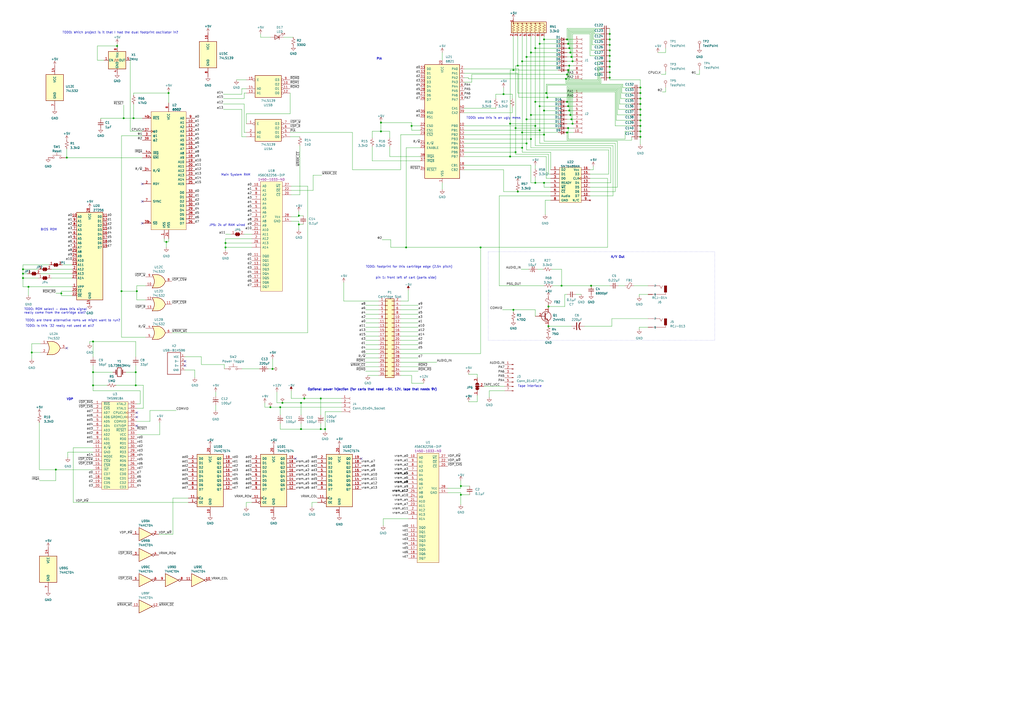
<source format=kicad_sch>
(kicad_sch (version 20230121) (generator eeschema)
  (paper "A2")
  (junction (at 307.975 66.675))
  (junction (at 18.415 204.47))
  (junction (at 328.93 22.86))
  (junction (at 77.47 68.58))
  (junction (at 329.565 61.595))
  (junction (at 278.765 143.51))
  (junction (at 307.975 80.645))
  (junction (at 371.475 50.8))
  (junction (at 156.845 236.22))
  (junction (at 302.895 35.56))
  (junction (at 173.355 125.095))
  (junction (at 305.435 83.185))
  (junction (at 267.335 281.94))
  (junction (at 295.91 71.755))
  (junction (at 330.2 64.135))
  (junction (at 78.74 223.52))
  (junction (at 174.625 233.68))
  (junction (at 13.335 156.21))
  (junction (at 130.81 140.97))
  (junction (at 318.135 177.8))
  (junction (at 353.695 19.685))
  (junction (at 315.595 78.105))
  (junction (at 38.735 91.44))
  (junction (at 330.2 27.94))
  (junction (at 79.375 168.91))
  (junction (at 67.945 26.67))
  (junction (at 70.485 168.91))
  (junction (at 310.515 27.94))
  (junction (at 353.695 38.735))
  (junction (at 318.135 189.23))
  (junction (at 267.335 287.02))
  (junction (at 295.91 90.805))
  (junction (at 176.53 231.14))
  (junction (at 371.475 79.375))
  (junction (at 13.335 161.29))
  (junction (at 96.52 140.335))
  (junction (at 35.56 170.18))
  (junction (at 331.47 69.215))
  (junction (at 238.76 73.025))
  (junction (at 299.085 88.265))
  (junction (at 328.93 43.18))
  (junction (at 13.335 158.75))
  (junction (at 329.565 25.4))
  (junction (at 371.475 76.2))
  (junction (at 313.055 25.4))
  (junction (at 299.085 74.295))
  (junction (at 186.055 231.14))
  (junction (at 329.565 40.64))
  (junction (at 220.98 76.2))
  (junction (at 302.895 85.725))
  (junction (at 188.595 248.92))
  (junction (at 235.585 143.51))
  (junction (at 305.435 33.02))
  (junction (at 353.695 22.86))
  (junction (at 53.975 198.12))
  (junction (at 328.93 76.835))
  (junction (at 371.475 53.975))
  (junction (at 162.56 236.22))
  (junction (at 297.815 40.64))
  (junction (at 297.815 179.705))
  (junction (at 328.93 59.055))
  (junction (at 220.98 71.12))
  (junction (at 130.81 143.51))
  (junction (at 78.74 215.9))
  (junction (at 71.755 68.58))
  (junction (at 310.515 106.045))
  (junction (at 310.515 73.025))
  (junction (at 325.755 165.735))
  (junction (at 329.565 74.295))
  (junction (at 315.595 64.135))
  (junction (at 371.475 63.5))
  (junction (at 316.865 53.975))
  (junction (at 331.47 33.02))
  (junction (at 371.475 73.025))
  (junction (at 330.835 66.675))
  (junction (at 292.1 54.61))
  (junction (at 16.51 166.37))
  (junction (at 315.595 22.86))
  (junction (at 302.895 76.835))
  (junction (at 158.115 213.995))
  (junction (at 313.055 75.565))
  (junction (at 307.975 30.48))
  (junction (at 310.515 59.055))
  (junction (at 53.975 223.52))
  (junction (at 371.475 66.675))
  (junction (at 315.595 106.045))
  (junction (at 353.695 45.085))
  (junction (at 328.295 45.72))
  (junction (at 353.695 29.21))
  (junction (at 371.475 69.85))
  (junction (at 317.5 56.515))
  (junction (at 53.975 215.9))
  (junction (at 97.79 53.975))
  (junction (at 163.83 233.68))
  (junction (at 174.625 248.92))
  (junction (at 330.835 30.48))
  (junction (at 186.055 248.92))
  (junction (at 305.435 69.215))
  (junction (at 330.2 38.1))
  (junction (at 342.9 165.735))
  (junction (at 353.695 41.91))
  (junction (at 32.385 272.415))
  (junction (at 353.695 32.385))
  (junction (at 300.355 111.125))
  (junction (at 353.695 35.56))
  (junction (at 371.475 60.325))
  (junction (at 371.475 57.15))
  (junction (at 332.105 35.56))
  (junction (at 313.055 61.595))
  (junction (at 332.105 71.755))
  (junction (at 353.695 26.035))
  (junction (at 173.355 130.175))
  (junction (at 300.355 38.1))
  (no_connect (at 79.375 239.395))
  (no_connect (at 107.315 212.09))
  (no_connect (at 38.735 201.93))
  (no_connect (at 82.55 116.84))
  (no_connect (at 82.55 129.54))
  (no_connect (at 82.55 106.68))
  (no_connect (at 209.55 266.065))
  (no_connect (at 171.45 266.065))
  (no_connect (at 79.375 241.935))
  (no_connect (at 107.315 209.55))
  (no_connect (at 79.375 247.015))
  (wire (pts (xy 371.475 79.375) (xy 371.475 83.82)))
  (wire (pts (xy 39.37 265.43) (xy 39.37 262.255)))
  (wire (pts (xy 162.56 248.92) (xy 174.625 248.92)))
  (wire (pts (xy 289.56 113.665) (xy 289.56 165.735)))
  (wire (pts (xy 215.9 85.09) (xy 215.9 93.345)))
  (wire (pts (xy 328.93 16.51) (xy 348.615 16.51)))
  (wire (pts (xy 232.41 207.645) (xy 242.57 207.645)))
  (wire (pts (xy 371.475 63.5) (xy 371.475 66.675)))
  (wire (pts (xy 267.335 278.765) (xy 267.335 281.94)))
  (wire (pts (xy 236.855 174.625) (xy 232.41 174.625)))
  (wire (pts (xy 347.98 47.625) (xy 328.93 47.625)))
  (wire (pts (xy 366.395 50.8) (xy 361.315 50.8)))
  (wire (pts (xy 13.335 153.67) (xy 13.335 156.21)))
  (wire (pts (xy 359.41 60.325) (xy 359.41 50.8)))
  (wire (pts (xy 97.79 140.335) (xy 97.79 138.43)))
  (wire (pts (xy 348.615 45.085) (xy 348.615 48.26)))
  (wire (pts (xy 366.395 60.325) (xy 359.41 60.325)))
  (wire (pts (xy 310.515 179.705) (xy 310.515 183.515)))
  (wire (pts (xy 295.91 71.755) (xy 295.91 90.805)))
  (wire (pts (xy 220.98 76.2) (xy 226.06 76.2)))
  (wire (pts (xy 328.93 22.86) (xy 328.93 16.51)))
  (wire (pts (xy 267.335 287.02) (xy 267.335 285.75)))
  (wire (pts (xy 315.595 20.955) (xy 315.595 22.86)))
  (wire (pts (xy 109.22 288.925) (xy 100.33 288.925)))
  (wire (pts (xy 273.685 43.18) (xy 273.685 47.625)))
  (wire (pts (xy 256.54 30.48) (xy 256.54 34.925)))
  (wire (pts (xy 278.765 143.51) (xy 235.585 143.51)))
  (wire (pts (xy 357.505 52.705) (xy 331.47 52.705)))
  (wire (pts (xy 300.355 38.1) (xy 300.355 20.955)))
  (wire (pts (xy 107.315 207.01) (xy 116.84 207.01)))
  (wire (pts (xy 348.615 38.735) (xy 347.345 38.735)))
  (wire (pts (xy 328.93 61.595) (xy 329.565 61.595)))
  (wire (pts (xy 52.07 198.12) (xy 53.975 198.12)))
  (wire (pts (xy 313.055 25.4) (xy 323.85 25.4)))
  (wire (pts (xy 318.135 100.965) (xy 318.135 89.535)))
  (wire (pts (xy 366.395 81.28) (xy 366.395 79.375)))
  (wire (pts (xy 344.17 22.86) (xy 344.17 17.78)))
  (wire (pts (xy 269.24 75.565) (xy 313.055 75.565)))
  (wire (pts (xy 199.39 174.625) (xy 219.71 174.625)))
  (wire (pts (xy 366.395 63.5) (xy 358.775 63.5)))
  (wire (pts (xy 330.2 17.78) (xy 330.2 27.94)))
  (wire (pts (xy 310.515 27.94) (xy 310.515 59.055)))
  (wire (pts (xy 348.615 48.26) (xy 328.295 48.26)))
  (wire (pts (xy 198.12 233.68) (xy 174.625 233.68)))
  (wire (pts (xy 331.47 19.05) (xy 331.47 33.02)))
  (wire (pts (xy 371.475 60.325) (xy 371.475 63.5)))
  (wire (pts (xy 18.415 204.47) (xy 23.495 204.47)))
  (wire (pts (xy 331.47 52.705) (xy 331.47 69.215)))
  (wire (pts (xy 188.595 238.76) (xy 198.12 238.76)))
  (wire (pts (xy 32.385 278.765) (xy 32.385 272.415)))
  (wire (pts (xy 226.06 76.2) (xy 226.06 80.01)))
  (wire (pts (xy 198.12 236.22) (xy 162.56 236.22)))
  (wire (pts (xy 70.485 78.74) (xy 82.55 78.74)))
  (wire (pts (xy 319.405 98.425) (xy 319.405 88.265)))
  (wire (pts (xy 358.775 165.735) (xy 362.585 165.735)))
  (wire (pts (xy 113.03 219.075) (xy 113.03 214.63)))
  (wire (pts (xy 174.625 233.68) (xy 174.625 240.665)))
  (wire (pts (xy 310.515 84.455) (xy 310.515 73.025)))
  (wire (pts (xy 297.18 57.15) (xy 297.18 54.61)))
  (wire (pts (xy 362.585 76.2) (xy 362.585 80.645)))
  (wire (pts (xy 330.835 30.48) (xy 332.74 30.48)))
  (wire (pts (xy 53.975 223.52) (xy 53.975 226.695)))
  (wire (pts (xy 316.865 53.975) (xy 300.355 53.975)))
  (wire (pts (xy 238.76 73.025) (xy 243.84 73.025)))
  (wire (pts (xy 220.98 76.2) (xy 215.9 76.2)))
  (wire (pts (xy 141.605 60.325) (xy 129.54 60.325)))
  (wire (pts (xy 366.395 69.85) (xy 357.505 69.85)))
  (wire (pts (xy 371.475 57.15) (xy 371.475 60.325)))
  (wire (pts (xy 305.435 33.02) (xy 305.435 69.215)))
  (wire (pts (xy 283.845 230.505) (xy 283.845 226.695)))
  (wire (pts (xy 328.93 76.835) (xy 328.93 81.28)))
  (wire (pts (xy 22.86 278.765) (xy 32.385 278.765)))
  (wire (pts (xy 348.615 26.035) (xy 343.535 26.035)))
  (wire (pts (xy 232.41 200.025) (xy 242.57 200.025)))
  (wire (pts (xy 238.76 217.805) (xy 232.41 217.805)))
  (wire (pts (xy 384.175 53.34) (xy 386.08 53.34)))
  (wire (pts (xy 220.98 71.12) (xy 220.98 76.2)))
  (wire (pts (xy 95.25 138.43) (xy 95.25 140.335)))
  (wire (pts (xy 181.61 110.49) (xy 168.91 110.49)))
  (wire (pts (xy 315.595 106.045) (xy 310.515 106.045)))
  (wire (pts (xy 243.84 85.725) (xy 235.585 85.725)))
  (wire (pts (xy 186.69 101.6) (xy 181.61 101.6)))
  (wire (pts (xy 319.405 111.125) (xy 300.355 111.125)))
  (wire (pts (xy 328.93 43.18) (xy 273.685 43.18)))
  (wire (pts (xy 307.975 95.885) (xy 269.24 95.885)))
  (wire (pts (xy 65.405 215.9) (xy 53.975 215.9)))
  (wire (pts (xy 328.93 71.755) (xy 332.105 71.755)))
  (wire (pts (xy 38.735 91.44) (xy 82.55 91.44)))
  (wire (pts (xy 42.545 291.465) (xy 109.22 291.465)))
  (wire (pts (xy 299.085 74.295) (xy 299.085 88.265)))
  (wire (pts (xy 381.635 30.48) (xy 386.08 30.48)))
  (wire (pts (xy 38.735 91.44) (xy 38.735 86.36)))
  (wire (pts (xy 371.475 69.85) (xy 371.475 73.025)))
  (wire (pts (xy 23.495 158.75) (xy 41.91 158.75)))
  (wire (pts (xy 299.085 88.265) (xy 269.24 88.265)))
  (wire (pts (xy 29.845 161.29) (xy 41.91 161.29)))
  (wire (pts (xy 232.41 194.945) (xy 242.57 194.945)))
  (wire (pts (xy 71.755 60.96) (xy 71.755 68.58)))
  (wire (pts (xy 92.71 252.095) (xy 79.375 252.095)))
  (wire (pts (xy 353.695 46.355) (xy 371.475 46.355)))
  (wire (pts (xy 386.08 43.18) (xy 386.08 41.275)))
  (wire (pts (xy 348.615 32.385) (xy 342.265 32.385)))
  (wire (pts (xy 226.695 143.51) (xy 235.585 143.51)))
  (wire (pts (xy 168.91 107.95) (xy 178.435 107.95)))
  (wire (pts (xy 358.14 108.585) (xy 358.14 81.915)))
  (wire (pts (xy 232.41 197.485) (xy 242.57 197.485)))
  (wire (pts (xy 289.56 165.735) (xy 315.595 165.735)))
  (wire (pts (xy 226.695 139.065) (xy 226.695 143.51)))
  (wire (pts (xy 60.325 34.925) (xy 56.515 34.925)))
  (wire (pts (xy 236.855 168.275) (xy 236.855 174.625)))
  (wire (pts (xy 318.135 89.535) (xy 299.085 89.535)))
  (wire (pts (xy 186.055 231.14) (xy 186.055 240.665)))
  (wire (pts (xy 318.135 177.8) (xy 327.66 177.8)))
  (wire (pts (xy 173.355 130.175) (xy 173.355 128.27)))
  (wire (pts (xy 186.055 248.92) (xy 188.595 248.92)))
  (wire (pts (xy 198.12 231.14) (xy 186.055 231.14)))
  (wire (pts (xy 83.185 223.52) (xy 78.74 223.52)))
  (wire (pts (xy 160.655 233.68) (xy 160.655 227.33)))
  (wire (pts (xy 359.41 50.8) (xy 329.565 50.8)))
  (wire (pts (xy 141.605 135.89) (xy 146.05 135.89)))
  (wire (pts (xy 353.695 32.385) (xy 353.695 29.21)))
  (wire (pts (xy 113.03 214.63) (xy 107.315 214.63)))
  (wire (pts (xy 329.565 80.645) (xy 329.565 74.295)))
  (wire (pts (xy 299.085 38.1) (xy 299.085 74.295)))
  (wire (pts (xy 310.515 106.045) (xy 310.515 102.87)))
  (wire (pts (xy 300.355 42.545) (xy 269.24 42.545)))
  (wire (pts (xy 140.335 63.5) (xy 140.335 79.375)))
  (wire (pts (xy 342.265 100.965) (xy 353.06 100.965)))
  (wire (pts (xy 75.565 34.925) (xy 75.565 76.2)))
  (wire (pts (xy 353.695 22.86) (xy 353.695 19.685)))
  (wire (pts (xy 212.09 202.565) (xy 219.71 202.565)))
  (wire (pts (xy 316.23 124.46) (xy 316.23 116.205)))
  (wire (pts (xy 280.67 224.155) (xy 292.735 224.155)))
  (wire (pts (xy 316.23 116.205) (xy 319.405 116.205)))
  (wire (pts (xy 212.09 187.325) (xy 219.71 187.325)))
  (wire (pts (xy 235.585 85.725) (xy 235.585 143.51)))
  (wire (pts (xy 53.975 223.52) (xy 62.23 223.52)))
  (wire (pts (xy 53.975 226.695) (xy 81.28 226.695)))
  (wire (pts (xy 358.775 51.435) (xy 330.2 51.435)))
  (wire (pts (xy 92.075 309.88) (xy 100.33 309.88)))
  (wire (pts (xy 140.335 54.61) (xy 140.335 51.435)))
  (wire (pts (xy 328.295 45.72) (xy 271.78 45.72)))
  (wire (pts (xy 232.41 212.725) (xy 242.57 212.725)))
  (wire (pts (xy 310.515 59.055) (xy 323.85 59.055)))
  (wire (pts (xy 181.61 101.6) (xy 181.61 110.49)))
  (wire (pts (xy 305.435 83.185) (xy 269.24 83.185)))
  (wire (pts (xy 13.335 156.21) (xy 13.335 158.75)))
  (wire (pts (xy 356.87 53.34) (xy 332.105 53.34)))
  (wire (pts (xy 38.1 91.44) (xy 38.735 91.44)))
  (wire (pts (xy 353.695 19.685) (xy 353.695 16.51)))
  (wire (pts (xy 323.85 30.48) (xy 307.975 30.48)))
  (wire (pts (xy 155.575 213.995) (xy 158.115 213.995)))
  (wire (pts (xy 331.47 69.215) (xy 332.74 69.215)))
  (wire (pts (xy 156.845 236.22) (xy 153.67 236.22)))
  (wire (pts (xy 212.09 179.705) (xy 219.71 179.705)))
  (wire (pts (xy 245.745 222.25) (xy 238.76 222.25)))
  (wire (pts (xy 77.47 55.245) (xy 77.47 53.975)))
  (wire (pts (xy 295.91 40.64) (xy 295.91 71.755)))
  (wire (pts (xy 342.265 108.585) (xy 358.14 108.585)))
  (wire (pts (xy 297.815 40.64) (xy 297.815 20.955)))
  (wire (pts (xy 313.055 61.595) (xy 323.85 61.595)))
  (wire (pts (xy 371.475 73.025) (xy 371.475 76.2)))
  (wire (pts (xy 16.51 166.37) (xy 41.91 166.37)))
  (wire (pts (xy 352.425 143.51) (xy 278.765 143.51)))
  (wire (pts (xy 142.875 291.465) (xy 146.05 291.465)))
  (wire (pts (xy 342.9 29.21) (xy 342.9 19.05)))
  (wire (pts (xy 361.315 50.8) (xy 361.315 48.895)))
  (wire (pts (xy 366.395 76.2) (xy 362.585 76.2)))
  (wire (pts (xy 13.335 161.29) (xy 13.335 166.37)))
  (wire (pts (xy 353.695 35.56) (xy 353.695 32.385)))
  (wire (pts (xy 371.475 53.975) (xy 371.475 57.15)))
  (wire (pts (xy 383.54 43.18) (xy 386.08 43.18)))
  (wire (pts (xy 297.815 40.64) (xy 323.85 40.64)))
  (wire (pts (xy 140.335 79.375) (xy 142.875 79.375)))
  (wire (pts (xy 168.91 113.03) (xy 173.99 113.03)))
  (wire (pts (xy 180.975 294.005) (xy 180.975 291.465)))
  (wire (pts (xy 305.435 69.215) (xy 305.435 83.185)))
  (wire (pts (xy 178.435 107.95) (xy 178.435 193.04)))
  (wire (pts (xy 70.485 168.91) (xy 70.485 78.74)))
  (wire (pts (xy 287.655 62.865) (xy 269.24 62.865)))
  (wire (pts (xy 267.335 287.02) (xy 272.415 287.02)))
  (wire (pts (xy 386.08 30.48) (xy 386.08 27.94)))
  (wire (pts (xy 232.41 184.785) (xy 242.57 184.785)))
  (wire (pts (xy 232.41 210.185) (xy 253.365 210.185)))
  (wire (pts (xy 356.87 73.025) (xy 356.87 53.34)))
  (wire (pts (xy 316.865 48.895) (xy 316.865 53.975)))
  (wire (pts (xy 328.93 35.56) (xy 332.105 35.56)))
  (wire (pts (xy 212.09 197.485) (xy 219.71 197.485)))
  (wire (pts (xy 297.815 40.64) (xy 295.91 40.64)))
  (wire (pts (xy 56.515 34.925) (xy 56.515 26.67)))
  (wire (pts (xy 348.615 19.685) (xy 344.805 19.685)))
  (wire (pts (xy 137.16 46.355) (xy 142.875 46.355)))
  (wire (pts (xy 142.875 76.835) (xy 141.605 76.835)))
  (wire (pts (xy 339.09 189.23) (xy 354.965 189.23)))
  (wire (pts (xy 357.505 69.85) (xy 357.505 52.705)))
  (wire (pts (xy 232.41 202.565) (xy 242.57 202.565)))
  (wire (pts (xy 58.42 68.58) (xy 58.42 69.215)))
  (wire (pts (xy 130.81 135.89) (xy 133.985 135.89)))
  (wire (pts (xy 67.945 26.67) (xy 67.945 27.305)))
  (wire (pts (xy 269.24 78.105) (xy 315.595 78.105)))
  (wire (pts (xy 267.335 285.75) (xy 259.715 285.75)))
  (wire (pts (xy 302.895 35.56) (xy 302.895 20.955)))
  (wire (pts (xy 162.56 245.745) (xy 162.56 248.92)))
  (wire (pts (xy 328.93 74.295) (xy 329.565 74.295)))
  (wire (pts (xy 151.13 21.59) (xy 151.13 19.685)))
  (wire (pts (xy 158.115 208.28) (xy 158.115 213.995)))
  (wire (pts (xy 130.81 143.51) (xy 130.81 140.97)))
  (wire (pts (xy 67.945 25.4) (xy 67.945 26.67)))
  (wire (pts (xy 370.84 189.865) (xy 375.92 189.865)))
  (wire (pts (xy 317.5 49.53) (xy 317.5 56.515)))
  (wire (pts (xy 292.1 98.425) (xy 269.24 98.425)))
  (wire (pts (xy 307.975 30.48) (xy 307.975 20.955)))
  (wire (pts (xy 212.09 177.165) (xy 219.71 177.165)))
  (wire (pts (xy 319.405 106.045) (xy 315.595 106.045)))
  (wire (pts (xy 328.93 59.055) (xy 332.74 59.055)))
  (wire (pts (xy 53.975 259.715) (xy 42.545 259.715)))
  (wire (pts (xy 360.68 53.975) (xy 360.68 49.53)))
  (wire (pts (xy 316.865 103.505) (xy 319.405 103.505)))
  (wire (pts (xy 221.615 139.065) (xy 226.695 139.065)))
  (wire (pts (xy 130.81 143.51) (xy 146.05 143.51)))
  (wire (pts (xy 320.675 165.735) (xy 325.755 165.735)))
  (wire (pts (xy 311.785 156.21) (xy 314.96 156.21)))
  (wire (pts (xy 307.975 85.725) (xy 307.975 80.645)))
  (wire (pts (xy 329.565 46.99) (xy 329.565 40.64)))
  (wire (pts (xy 13.335 156.21) (xy 22.225 156.21)))
  (wire (pts (xy 232.41 192.405) (xy 242.57 192.405)))
  (wire (pts (xy 329.565 40.64) (xy 332.74 40.64)))
  (wire (pts (xy 215.9 76.2) (xy 215.9 80.01)))
  (wire (pts (xy 53.975 272.415) (xy 32.385 272.415)))
  (wire (pts (xy 238.76 73.025) (xy 238.76 71.12)))
  (wire (pts (xy 77.47 60.325) (xy 77.47 68.58)))
  (wire (pts (xy 330.835 66.675) (xy 332.74 66.675)))
  (wire (pts (xy 332.105 35.56) (xy 332.74 35.56)))
  (wire (pts (xy 353.695 38.735) (xy 353.695 35.56)))
  (wire (pts (xy 332.74 45.72) (xy 328.295 45.72)))
  (wire (pts (xy 168.275 79.375) (xy 173.99 79.375)))
  (wire (pts (xy 173.355 125.095) (xy 173.355 122.555)))
  (wire (pts (xy 273.685 47.625) (xy 269.24 47.625)))
  (wire (pts (xy 238.76 71.12) (xy 220.98 71.12)))
  (wire (pts (xy 163.83 233.68) (xy 160.655 233.68)))
  (wire (pts (xy 292.1 111.125) (xy 292.1 98.425)))
  (wire (pts (xy 330.2 51.435) (xy 330.2 64.135)))
  (wire (pts (xy 13.335 158.75) (xy 15.875 158.75)))
  (wire (pts (xy 352.425 103.505) (xy 352.425 143.51)))
  (wire (pts (xy 320.04 156.21) (xy 325.755 156.21)))
  (wire (pts (xy 318.135 188.595) (xy 318.135 189.23)))
  (wire (pts (xy 353.695 29.21) (xy 353.695 26.035)))
  (wire (pts (xy 330.2 27.94) (xy 332.74 27.94)))
  (wire (pts (xy 353.06 86.995) (xy 305.435 86.995)))
  (wire (pts (xy 77.47 53.975) (xy 97.79 53.975)))
  (wire (pts (xy 328.93 81.28) (xy 366.395 81.28)))
  (wire (pts (xy 267.335 283.21) (xy 259.715 283.21)))
  (wire (pts (xy 79.375 236.855) (xy 83.185 236.855)))
  (wire (pts (xy 232.41 215.265) (xy 242.57 215.265)))
  (wire (pts (xy 297.815 179.705) (xy 310.515 179.705)))
  (wire (pts (xy 344.17 17.78) (xy 330.2 17.78)))
  (wire (pts (xy 329.565 74.295) (xy 332.74 74.295)))
  (wire (pts (xy 168.91 231.14) (xy 168.91 226.695)))
  (wire (pts (xy 272.415 281.94) (xy 267.335 281.94)))
  (wire (pts (xy 315.595 22.86) (xy 323.85 22.86)))
  (wire (pts (xy 129.54 63.5) (xy 140.335 63.5)))
  (wire (pts (xy 358.14 81.915) (xy 315.595 81.915)))
  (wire (pts (xy 307.975 66.675) (xy 323.85 66.675)))
  (wire (pts (xy 77.47 68.58) (xy 82.55 68.58)))
  (wire (pts (xy 370.84 172.085) (xy 370.84 170.815)))
  (wire (pts (xy 323.85 38.1) (xy 300.355 38.1)))
  (wire (pts (xy 329.565 25.4) (xy 332.74 25.4)))
  (wire (pts (xy 328.295 48.26) (xy 328.295 45.72)))
  (wire (pts (xy 342.9 19.05) (xy 331.47 19.05)))
  (wire (pts (xy 310.515 59.055) (xy 310.515 73.025)))
  (wire (pts (xy 78.74 215.9) (xy 78.74 223.52)))
  (wire (pts (xy 173.355 128.27) (xy 168.91 128.27)))
  (wire (pts (xy 140.335 213.995) (xy 150.495 213.995)))
  (wire (pts (xy 271.78 45.085) (xy 269.24 45.085)))
  (wire (pts (xy 232.41 98.425) (xy 232.41 78.105)))
  (wire (pts (xy 238.76 222.25) (xy 238.76 217.805)))
  (wire (pts (xy 188.595 250.19) (xy 188.595 248.92)))
  (wire (pts (xy 342.265 103.505) (xy 352.425 103.505)))
  (wire (pts (xy 330.2 38.1) (xy 332.74 38.1)))
  (wire (pts (xy 79.375 168.91) (xy 70.485 168.91)))
  (wire (pts (xy 310.515 106.045) (xy 307.975 106.045)))
  (wire (pts (xy 329.565 17.145) (xy 329.565 25.4)))
  (wire (pts (xy 267.335 281.94) (xy 267.335 283.21)))
  (wire (pts (xy 355.6 84.455) (xy 310.515 84.455)))
  (wire (pts (xy 332.74 56.515) (xy 317.5 56.515)))
  (wire (pts (xy 96.52 140.335) (xy 97.79 140.335)))
  (wire (pts (xy 28.575 153.67) (xy 13.335 153.67)))
  (wire (pts (xy 125.095 227.33) (xy 125.095 229.87)))
  (wire (pts (xy 354.33 106.045) (xy 354.33 85.725)))
  (wire (pts (xy 318.135 177.165) (xy 318.135 177.8)))
  (wire (pts (xy 86.995 238.125) (xy 102.235 238.125)))
  (wire (pts (xy 348.615 29.21) (xy 342.9 29.21)))
  (wire (pts (xy 212.09 194.945) (xy 219.71 194.945)))
  (wire (pts (xy 366.395 53.975) (xy 360.68 53.975)))
  (wire (pts (xy 300.99 56.515) (xy 300.99 40.005)))
  (wire (pts (xy 36.195 153.67) (xy 41.91 153.67)))
  (wire (pts (xy 84.455 173.99) (xy 79.375 173.99)))
  (wire (pts (xy 297.18 65.405) (xy 297.18 62.23)))
  (wire (pts (xy 313.055 25.4) (xy 313.055 20.955)))
  (wire (pts (xy 142.875 294.005) (xy 142.875 291.465)))
  (wire (pts (xy 130.81 143.51) (xy 130.81 145.415)))
  (wire (pts (xy 58.42 68.58) (xy 71.755 68.58)))
  (wire (pts (xy 53.975 198.12) (xy 78.74 198.12)))
  (wire (pts (xy 53.975 198.12) (xy 53.975 207.01)))
  (wire (pts (xy 212.09 200.025) (xy 219.71 200.025)))
  (wire (pts (xy 358.775 63.5) (xy 358.775 51.435)))
  (wire (pts (xy 73.025 215.9) (xy 78.74 215.9)))
  (wire (pts (xy 204.47 98.425) (xy 232.41 98.425)))
  (wire (pts (xy 328.93 27.94) (xy 330.2 27.94)))
  (wire (pts (xy 271.78 217.17) (xy 276.86 217.17)))
  (wire (pts (xy 300.355 111.125) (xy 292.1 111.125)))
  (wire (pts (xy 355.6 113.665) (xy 355.6 84.455)))
  (wire (pts (xy 344.17 98.425) (xy 342.265 98.425)))
  (wire (pts (xy 84.455 195.58) (xy 70.485 195.58)))
  (wire (pts (xy 358.14 52.07) (xy 330.835 52.07)))
  (wire (pts (xy 42.545 259.715) (xy 42.545 291.465)))
  (wire (pts (xy 130.81 138.43) (xy 146.05 138.43)))
  (wire (pts (xy 78.74 223.52) (xy 67.31 223.52)))
  (wire (pts (xy 328.93 47.625) (xy 328.93 43.18)))
  (wire (pts (xy 232.41 205.105) (xy 278.765 205.105)))
  (wire (pts (xy 344.805 17.145) (xy 329.565 17.145)))
  (wire (pts (xy 366.395 66.675) (xy 358.14 66.675)))
  (wire (pts (xy 174.625 248.92) (xy 186.055 248.92)))
  (wire (pts (xy 130.81 140.97) (xy 146.05 140.97)))
  (wire (pts (xy 328.93 38.1) (xy 330.2 38.1)))
  (wire (pts (xy 271.78 233.045) (xy 276.86 233.045)))
  (wire (pts (xy 81.28 226.695) (xy 81.28 234.315)))
  (wire (pts (xy 315.595 64.135) (xy 323.85 64.135)))
  (wire (pts (xy 299.085 89.535) (xy 299.085 88.265)))
  (wire (pts (xy 362.585 80.645) (xy 329.565 80.645)))
  (wire (pts (xy 84.455 165.735) (xy 79.375 165.735)))
  (wire (pts (xy 232.41 78.105) (xy 243.84 78.105)))
  (wire (pts (xy 315.595 108.585) (xy 315.595 106.045)))
  (wire (pts (xy 232.41 187.325) (xy 242.57 187.325)))
  (wire (pts (xy 353.695 41.91) (xy 353.695 38.735)))
  (wire (pts (xy 295.91 71.755) (xy 323.85 71.755)))
  (wire (pts (xy 348.615 41.91) (xy 347.98 41.91)))
  (wire (pts (xy 371.475 66.675) (xy 371.475 69.85)))
  (wire (pts (xy 310.515 27.94) (xy 310.515 20.955)))
  (wire (pts (xy 329.565 50.8) (xy 329.565 61.595)))
  (wire (pts (xy 302.895 88.265) (xy 302.895 85.725)))
  (wire (pts (xy 79.375 165.735) (xy 79.375 168.91)))
  (wire (pts (xy 232.41 189.865) (xy 242.57 189.865)))
  (wire (pts (xy 331.47 33.02) (xy 332.74 33.02)))
  (wire (pts (xy 22.86 272.415) (xy 22.86 245.11)))
  (wire (pts (xy 342.265 106.045) (xy 354.33 106.045)))
  (wire (pts (xy 178.435 193.04) (xy 99.695 193.04)))
  (wire (pts (xy 330.835 18.415) (xy 330.835 30.48)))
  (wire (pts (xy 328.93 30.48) (xy 330.835 30.48)))
  (wire (pts (xy 176.53 231.14) (xy 168.91 231.14)))
  (wire (pts (xy 302.895 85.725) (xy 269.24 85.725)))
  (wire (pts (xy 276.86 217.17) (xy 276.86 219.075)))
  (wire (pts (xy 141.605 57.15) (xy 141.605 53.975)))
  (wire (pts (xy 141.605 76.835) (xy 141.605 60.325)))
  (wire (pts (xy 79.375 244.475) (xy 86.995 244.475)))
  (wire (pts (xy 271.78 45.72) (xy 271.78 45.085)))
  (wire (pts (xy 18.415 199.39) (xy 23.495 199.39)))
  (wire (pts (xy 319.405 88.265) (xy 302.895 88.265)))
  (wire (pts (xy 222.25 304.8) (xy 222.25 300.99)))
  (wire (pts (xy 32.385 272.415) (xy 22.86 272.415)))
  (wire (pts (xy 13.335 166.37) (xy 16.51 166.37)))
  (wire (pts (xy 173.355 133.35) (xy 173.355 130.175)))
  (wire (pts (xy 342.265 111.125) (xy 356.87 111.125)))
  (wire (pts (xy 213.36 217.805) (xy 219.71 217.805)))
  (wire (pts (xy 141.605 53.975) (xy 142.875 53.975)))
  (wire (pts (xy 174.625 233.68) (xy 163.83 233.68)))
  (wire (pts (xy 353.695 26.035) (xy 353.695 22.86)))
  (wire (pts (xy 317.5 56.515) (xy 300.99 56.515)))
  (wire (pts (xy 332.105 19.685) (xy 332.105 35.56)))
  (wire (pts (xy 130.175 211.455) (xy 130.175 213.995)))
  (wire (pts (xy 125.095 234.95) (xy 125.095 238.125)))
  (wire (pts (xy 315.595 78.105) (xy 315.595 64.135)))
  (wire (pts (xy 360.045 57.15) (xy 360.045 50.165)))
  (wire (pts (xy 186.055 245.745) (xy 186.055 248.92)))
  (wire (pts (xy 302.895 76.835) (xy 302.895 85.725)))
  (wire (pts (xy 212.09 184.785) (xy 219.71 184.785)))
  (wire (pts (xy 295.91 90.805) (xy 316.865 90.805)))
  (wire (pts (xy 328.93 76.835) (xy 332.74 76.835)))
  (wire (pts (xy 310.515 73.025) (xy 269.24 73.025)))
  (wire (pts (xy 71.755 68.58) (xy 77.47 68.58)))
  (wire (pts (xy 96.52 143.51) (xy 96.52 140.335)))
  (wire (pts (xy 347.98 41.91) (xy 347.98 47.625)))
  (wire (pts (xy 313.055 83.185) (xy 313.055 75.565)))
  (wire (pts (xy 116.84 211.455) (xy 130.175 211.455)))
  (wire (pts (xy 18.415 208.28) (xy 18.415 204.47)))
  (wire (pts (xy 276.86 233.045) (xy 276.86 229.235)))
  (wire (pts (xy 307.975 30.48) (xy 307.975 66.675)))
  (wire (pts (xy 83.185 236.855) (xy 83.185 223.52)))
  (wire (pts (xy 371.475 50.8) (xy 371.475 53.975)))
  (wire (pts (xy 323.85 35.56) (xy 302.895 35.56)))
  (wire (pts (xy 129.54 54.61) (xy 140.335 54.61)))
  (wire (pts (xy 356.87 111.125) (xy 356.87 83.185)))
  (wire (pts (xy 220.98 70.485) (xy 220.98 71.12)))
  (wire (pts (xy 327.66 177.8) (xy 327.66 170.815)))
  (wire (pts (xy 97.79 53.975) (xy 97.79 59.69)))
  (wire (pts (xy 164.465 21.59) (xy 170.18 21.59)))
  (wire (pts (xy 232.41 177.165) (xy 242.57 177.165)))
  (wire (pts (xy 328.93 64.135) (xy 330.2 64.135)))
  (wire (pts (xy 295.91 90.805) (xy 269.24 90.805)))
  (wire (pts (xy 360.045 50.165) (xy 328.93 50.165)))
  (wire (pts (xy 35.56 168.91) (xy 41.91 168.91)))
  (wire (pts (xy 278.765 205.105) (xy 278.765 143.51)))
  (wire (pts (xy 56.515 26.67) (xy 67.945 26.67)))
  (wire (pts (xy 16.51 166.37) (xy 16.51 171.45)))
  (wire (pts (xy 162.56 236.22) (xy 162.56 240.665)))
  (wire (pts (xy 361.315 48.895) (xy 316.865 48.895)))
  (wire (pts (xy 41.91 171.45) (xy 35.56 171.45)))
  (wire (pts (xy 78.74 215.9) (xy 78.74 212.09)))
  (wire (pts (xy 371.475 46.355) (xy 371.475 50.8)))
  (wire (pts (xy 116.84 207.01) (xy 116.84 211.455)))
  (wire (pts (xy 300.99 40.005) (xy 269.24 40.005)))
  (wire (pts (xy 330.2 64.135) (xy 332.74 64.135)))
  (wire (pts (xy 316.865 90.805) (xy 316.865 103.505)))
  (wire (pts (xy 300.355 38.1) (xy 299.085 38.1)))
  (wire (pts (xy 75.565 76.2) (xy 82.55 76.2)))
  (wire (pts (xy 39.37 262.255) (xy 53.975 262.255)))
  (wire (pts (xy 358.14 66.675) (xy 358.14 52.07)))
  (wire (pts (xy 302.26 156.21) (xy 306.705 156.21)))
  (wire (pts (xy 256.54 106.045) (xy 256.54 109.855)))
  (wire (pts (xy 328.93 66.675) (xy 330.835 66.675)))
  (wire (pts (xy 13.335 161.29) (xy 22.225 161.29)))
  (wire (pts (xy 307.975 80.645) (xy 269.24 80.645)))
  (wire (pts (xy 348.615 22.86) (xy 344.17 22.86)))
  (wire (pts (xy 53.975 215.9) (xy 53.975 223.52)))
  (wire (pts (xy 371.475 76.2) (xy 371.475 79.375)))
  (wire (pts (xy 13.335 158.75) (xy 13.335 161.29)))
  (wire (pts (xy 360.68 49.53) (xy 317.5 49.53)))
  (wire (pts (xy 92.71 245.11) (xy 92.71 252.095)))
  (wire (pts (xy 367.665 165.735) (xy 375.92 165.735)))
  (wire (pts (xy 319.405 113.665) (xy 289.56 113.665)))
  (wire (pts (xy 32.385 170.18) (xy 35.56 170.18)))
  (wire (pts (xy 328.93 33.02) (xy 331.47 33.02)))
  (wire (pts (xy 405.765 43.18) (xy 405.765 40.64)))
  (wire (pts (xy 243.84 75.565) (xy 238.76 75.565)))
  (wire (pts (xy 232.41 179.705) (xy 242.57 179.705)))
  (wire (pts (xy 162.56 236.22) (xy 156.845 236.22)))
  (wire (pts (xy 315.595 81.915) (xy 315.595 78.105)))
  (wire (pts (xy 173.355 125.73) (xy 173.355 125.095)))
  (wire (pts (xy 318.135 177.8) (xy 318.135 178.435)))
  (wire (pts (xy 342.265 19.685) (xy 332.105 19.685)))
  (wire (pts (xy 140.335 51.435) (xy 142.875 51.435)))
  (wire (pts (xy 287.655 62.23) (xy 287.655 62.865)))
  (wire (pts (xy 300.355 53.975) (xy 300.355 42.545)))
  (wire (pts (xy 342.265 32.385) (xy 342.265 19.685)))
  (wire (pts (xy 353.06 100.965) (xy 353.06 86.995)))
  (wire (pts (xy 204.47 76.835) (xy 204.47 98.425)))
  (wire (pts (xy 347.345 38.735) (xy 347.345 46.99)))
  (wire (pts (xy 267.335 292.735) (xy 267.335 287.02)))
  (wire (pts (xy 291.465 179.705) (xy 297.815 179.705)))
  (wire (pts (xy 354.33 85.725) (xy 307.975 85.725)))
  (wire (pts (xy 292.1 50.8) (xy 292.1 54.61)))
  (wire (pts (xy 130.81 140.97) (xy 130.81 138.43)))
  (wire (pts (xy 212.09 215.265) (xy 219.71 215.265)))
  (wire (pts (xy 78.74 198.12) (xy 78.74 207.01)))
  (wire (pts (xy 370.84 170.815) (xy 375.92 170.815)))
  (wire (pts (xy 142.875 66.04) (xy 142.875 71.755)))
  (wire (pts (xy 328.93 22.86) (xy 332.74 22.86)))
  (wire (pts (xy 81.28 234.315) (xy 79.375 234.315)))
  (wire (pts (xy 297.18 54.61) (xy 292.1 54.61)))
  (wire (pts (xy 332.74 43.18) (xy 328.93 43.18)))
  (wire (pts (xy 310.515 97.79) (xy 310.515 95.885)))
  (wire (pts (xy 238.76 75.565) (xy 238.76 73.025)))
  (wire (pts (xy 313.055 61.595) (xy 313.055 25.4)))
  (wire (pts (xy 29.845 156.21) (xy 41.91 156.21)))
  (wire (pts (xy 344.805 19.685) (xy 344.805 17.145)))
  (wire (pts (xy 168.91 125.73) (xy 173.355 125.73)))
  (wire (pts (xy 305.435 33.02) (xy 305.435 20.955)))
  (wire (pts (xy 346.71 35.56) (xy 346.71 46.355)))
  (wire (pts (xy 329.565 61.595) (xy 332.74 61.595)))
  (wire (pts (xy 315.595 64.135) (xy 315.595 22.86)))
  (wire (pts (xy 173.355 125.095) (xy 175.895 125.095)))
  (wire (pts (xy 153.67 236.22) (xy 153.67 233.68)))
  (wire (pts (xy 328.93 40.64) (xy 329.565 40.64)))
  (wire (pts (xy 325.755 156.21) (xy 325.755 165.735)))
  (wire (pts (xy 18.415 204.47) (xy 18.415 199.39)))
  (wire (pts (xy 129.54 57.15) (xy 141.605 57.15)))
  (wire (pts (xy 323.85 33.02) (xy 305.435 33.02)))
  (wire (pts (xy 325.755 165.735) (xy 342.9 165.735)))
  (wire (pts (xy 334.01 170.815) (xy 337.185 170.815)))
  (wire (pts (xy 292.1 54.61) (xy 287.655 54.61)))
  (wire (pts (xy 342.265 113.665) (xy 355.6 113.665)))
  (wire (pts (xy 328.93 69.215) (xy 331.47 69.215)))
  (wire (pts (xy 305.435 69.215) (xy 323.85 69.215)))
  (wire (pts (xy 323.85 27.94) (xy 310.515 27.94)))
  (wire (pts (xy 186.055 231.14) (xy 176.53 231.14)))
  (wire (pts (xy 222.25 300.99) (xy 236.855 300.99)))
  (wire (pts (xy 53.975 215.9) (xy 53.975 212.09)))
  (wire (pts (xy 348.615 35.56) (xy 346.71 35.56)))
  (wire (pts (xy 212.09 207.645) (xy 219.71 207.645)))
  (wire (pts (xy 328.93 25.4) (xy 329.565 25.4)))
  (wire (pts (xy 212.09 182.245) (xy 219.71 182.245)))
  (wire (pts (xy 232.41 182.245) (xy 242.57 182.245)))
  (wire (pts (xy 199.39 163.83) (xy 199.39 174.625)))
  (wire (pts (xy 343.535 18.415) (xy 330.835 18.415)))
  (wire (pts (xy 354.965 189.23) (xy 354.965 184.785)))
  (wire (pts (xy 302.895 35.56) (xy 302.895 76.835)))
  (wire (pts (xy 403.86 43.18) (xy 405.765 43.18)))
  (wire (pts (xy 215.9 93.345) (xy 243.84 93.345)))
  (wire (pts (xy 283.845 226.695) (xy 292.735 226.695)))
  (wire (pts (xy 332.74 53.975) (xy 316.865 53.975)))
  (wire (pts (xy 100.33 288.925) (xy 100.33 309.88)))
  (wire (pts (xy 212.09 210.185) (xy 219.71 210.185)))
  (wire (pts (xy 319.405 100.965) (xy 318.135 100.965)))
  (wire (pts (xy 188.595 248.92) (xy 188.595 238.76)))
  (wire (pts (xy 35.56 170.18) (xy 35.56 168.91)))
  (wire (pts (xy 173.99 113.03) (xy 173.99 84.455)))
  (wire (pts (xy 343.535 26.035) (xy 343.535 18.415)))
  (wire (pts (xy 226.06 90.805) (xy 243.84 90.805)))
  (wire (pts (xy 79.375 173.99) (xy 79.375 168.91)))
  (wire (pts (xy 70.485 195.58) (xy 70.485 168.91)))
  (wire (pts (xy 180.975 291.465) (xy 184.15 291.465)))
  (wire (pts (xy 95.25 140.335) (xy 96.52 140.335)))
  (wire (pts (xy 330.835 52.07) (xy 330.835 66.675)))
  (wire (pts (xy 370.84 189.865) (xy 370.84 191.135)))
  (wire (pts (xy 302.895 76.835) (xy 323.85 76.835)))
  (wire (pts (xy 353.695 45.085) (xy 353.695 46.355)))
  (wire (pts (xy 318.135 189.23) (xy 331.47 189.23)))
  (wire (pts (xy 212.09 205.105) (xy 219.71 205.105)))
  (wire (pts (xy 52.07 199.39) (xy 52.07 198.12)))
  (wire (pts (xy 299.085 74.295) (xy 323.85 74.295)))
  (wire (pts (xy 319.405 108.585) (xy 315.595 108.585)))
  (wire (pts (xy 354.965 184.785) (xy 375.92 184.785)))
  (wire (pts (xy 226.06 85.09) (xy 226.06 90.805)))
  (wire (pts (xy 332.105 71.755) (xy 332.74 71.755)))
  (wire (pts (xy 313.055 75.565) (xy 313.055 61.595)))
  (wire (pts (xy 328.93 50.165) (xy 328.93 59.055)))
  (wire (pts (xy 342.9 165.735) (xy 353.695 165.735)))
  (wire (pts (xy 287.655 54.61) (xy 287.655 57.15)))
  (wire (pts (xy 386.08 53.34) (xy 386.08 50.8)))
  (wire (pts (xy 305.435 86.995) (xy 305.435 83.185)))
  (wire (pts (xy 212.09 192.405) (xy 219.71 192.405)))
  (wire (pts (xy 168.275 66.04) (xy 142.875 66.04)))
  (wire (pts (xy 344.17 96.52) (xy 344.17 98.425)))
  (wire (pts (xy 366.395 57.15) (xy 360.045 57.15)))
  (wire (pts (xy 35.56 171.45) (xy 35.56 170.18)))
  (wire (pts (xy 330.2 46.355) (xy 330.2 38.1)))
  (wire (pts (xy 156.845 21.59) (xy 151.13 21.59)))
  (wire (pts (xy 212.09 212.725) (xy 219.71 212.725)))
  (wire (pts (xy 212.09 189.865) (xy 219.71 189.865)))
  (wire (pts (xy 86.995 244.475) (xy 86.995 238.125)))
  (wire (pts (xy 269.24 65.405) (xy 297.18 65.405)))
  (wire (pts (xy 168.275 76.835) (xy 204.47 76.835)))
  (wire (pts (xy 307.975 106.045) (xy 307.975 95.885)))
  (wire (pts (xy 327.66 170.815) (xy 328.93 170.815)))
  (wire (pts (xy 307.975 66.675) (xy 307.975 80.645)))
  (wire (pts (xy 332.105 53.34) (xy 332.105 71.755)))
  (wire (pts (xy 97.79 53.34) (xy 97.79 53.975)))
  (wire (pts (xy 346.71 46.355) (xy 330.2 46.355)))
  (wire (pts (xy 356.87 83.185) (xy 313.055 83.185)))
  (wire (pts (xy 168.275 53.975) (xy 168.275 66.04)))
  (wire (pts (xy 173.355 130.175) (xy 175.895 130.175)))
  (wire (pts (xy 347.345 46.99) (xy 329.565 46.99)))
  (wire (pts (xy 297.815 179.705) (xy 297.815 180.975)))
  (wire (pts (xy 174.625 245.745) (xy 174.625 248.92)))
  (wire (pts (xy 353.695 45.085) (xy 353.695 41.91)))
  (wire (pts (xy 366.395 73.025) (xy 356.87 73.025)))
  (rectangle (start 283.21 146.05) (end 414.655 197.485) (stroke (width 0) (type dot)))
  (text "TODO: footprint for this cartridge edge (2.54 pitch)" (at 212.09 155.575 0) (effects (font (size 1.27 1.27)) (justify left bottom)))
  (text "Main System RAM" (at 128.27 102.235 0) (effects (font (size 1.27 1.27)) (justify left bottom)))
  (text "BIOS ROM" (at 23.495 133.985 0) (effects (font (size 1.27 1.27)) (justify left bottom)))
  (text "TODO: Is this '32 really not used at all?" (at 54.61 189.865 0) (effects (font (size 1.27 1.27)) (justify right bottom)))
  (text "TODO: are there alternative roms we might want to run?" (at 14.605 186.69 0) (effects (font (size 1.27 1.27)) (justify left bottom)))
  (text "VDP" (at 42.545 232.41 0) (effects (font (size 1.27 1.27) (thickness 0.254) bold) (justify right bottom)))
  (text "JP5: 2k of RAM wired" (at 142.24 131.445 0) (effects (font (size 1.27 1.27)) (justify right bottom)))
  (text "pin 1: front left of cart (parts side)" (at 217.805 161.925 0) (effects (font (size 1.27 1.27)) (justify left bottom)))
  (text "Optional power injection (for carts that need -5V, 12V, tape that needs 9V)" (at 178.435 226.695 0) (effects (font (size 1.27 1.27) (thickness 0.254) bold) (justify left bottom)))
  (text "TODO: wow this is an ugly mess" (at 270.51 69.215 0) (effects (font (size 1.27 1.27)) (justify left bottom)))
  (text "TODO: Which project is it that I had the dual footprint oscillator in?" (at 36.195 19.685 0) (effects (font (size 1.27 1.27)) (justify left bottom)))
  (text "Tape interface" (at 300.355 224.79 0) (effects (font (size 1.27 1.27)) (justify left bottom)))
  (text "TODO: ROM select - does this signal\nreally come from the cartridge slot?" (at 13.97 182.245 0) (effects (font (size 1.27 1.27)) (justify left bottom)))
  (text "PIA" (at 221.615 34.925 0) (effects (font (size 1.27 1.27) bold) (justify right bottom)))
  (text "A/V Out" (at 354.33 149.86 0) (effects (font (size 1.27 1.27) (thickness 0.254) bold) (justify left bottom)))
  (label "~{ROM_RD}" (at 242.57 215.265 0))
  (label "vram_a8" (at 209.55 271.145 0))
  (label "vram_a9" (at 209.55 273.685 0))
  (label "R{slash}~{W}" (at 82.55 99.06 180))
  (label "PA1" (at 332.74 53.975 180))
  (label "d6" (at 113.03 127 0))
  (label "d5" (at 113.03 124.46 0))
  (label "ad7" (at 184.15 283.845 180))
  (label "a0" (at 212.09 187.325 180))
  (label "PA6" (at 269.24 55.245 0))
  (label "d6" (at 62.23 140.97 0))
  (label "R{slash}~{W}" (at 212.09 207.645 180))
  (label "~{VDP_CSW}" (at 99.695 163.195 0))
  (label "vd4" (at 79.375 264.795 0))
  (label "PSG_OUT" (at 302.26 165.735 180))
  (label "d0" (at 243.84 40.005 180))
  (label "a9" (at 146.05 130.81 180))
  (label "a10" (at 146.05 133.35 180))
  (label "d0" (at 53.975 274.955 180))
  (label "PA6" (at 292.735 216.535 180))
  (label "~{ROM1}" (at 212.09 210.185 180))
  (label "ad5" (at 53.975 244.475 180))
  (label "~{IRQA}" (at 22.86 278.765 180))
  (label "Φ2" (at 221.615 139.065 180))
  (label "ad4" (at 146.05 276.225 180))
  (label "COMVID" (at 102.235 238.125 0))
  (label "PA2" (at 332.74 45.72 180))
  (label "PA0" (at 332.74 56.515 180))
  (label "~{VDP_W}" (at 84.455 160.655 180))
  (label "a13" (at 129.54 63.5 180))
  (label "a4" (at 113.03 78.74 0))
  (label "PA4" (at 269.24 50.165 0))
  (label "a3" (at 242.57 184.785 0))
  (label "PA7" (at 269.24 57.785 0))
  (label "vd5" (at 236.855 318.77 180))
  (label "a12" (at 113.03 99.06 0))
  (label "a7" (at 146.05 125.73 180))
  (label "d5" (at 242.57 202.565 0))
  (label "d6" (at 243.84 55.245 180))
  (label "ad7" (at 146.05 283.845 180))
  (label "a11" (at 130.81 135.89 180))
  (label "a6" (at 146.05 123.19 180))
  (label "d5" (at 146.05 161.29 180))
  (label "d7" (at 242.57 207.645 0))
  (label "VDP_R~{W}" (at 76.835 309.88 180))
  (label "vram_a1" (at 236.855 267.97 180))
  (label "ad4" (at 53.975 247.015 180))
  (label "a15" (at 212.09 194.945 180))
  (label "vd1" (at 134.62 268.605 0))
  (label "a8" (at 41.91 146.05 180))
  (label "~{ROM2}" (at 168.275 51.435 0))
  (label "Φ2" (at 384.175 53.34 180))
  (label "d4" (at 62.23 135.89 0))
  (label "a1" (at 41.91 128.27 180))
  (label "a3" (at 146.05 115.57 180))
  (label "ad4" (at 109.22 276.225 180))
  (label "vd1" (at 79.375 257.175 0))
  (label "ad7" (at 53.975 239.395 180))
  (label "vd5" (at 134.62 278.765 0))
  (label "ad3" (at 53.975 249.555 180))
  (label "d0" (at 242.57 200.025 0))
  (label "a2" (at 113.03 73.66 0))
  (label "ad0" (at 184.15 266.065 180))
  (label "vd4" (at 134.62 276.225 0))
  (label "a1" (at 242.57 187.325 0))
  (label "~{IRQA}" (at 82.55 88.9 180))
  (label "d3" (at 62.23 133.35 0))
  (label "~{WRAM_OE}" (at 92.075 351.79 0))
  (label "VDP_W~{R}" (at 259.715 267.97 0))
  (label "~{VDP_CAS}" (at 76.835 336.55 180))
  (label "vd6" (at 236.855 321.31 180))
  (label "ad1" (at 109.22 268.605 180))
  (label "~{VDP_W}" (at 168.275 71.755 0))
  (label "vram_a10" (at 236.855 288.29 180))
  (label "d6" (at 146.05 163.83 180))
  (label "a1" (at 113.03 71.12 0))
  (label "VDP_R~{W}" (at 259.715 265.43 0))
  (label "d5" (at 62.23 138.43 0))
  (label "VRAM_ROW" (at 146.05 288.925 180))
  (label "~{VDP_CAS}" (at 53.975 236.855 180))
  (label "AUDIO_IN" (at 302.26 156.21 180))
  (label "~{WRAM_OE}" (at 186.69 101.6 0))
  (label "ad1" (at 184.15 268.605 180))
  (label "Φ2" (at 82.55 81.28 180))
  (label "CPUCLK" (at 76.2 76.2 0))
  (label "a12" (at 242.57 192.405 0))
  (label "vram_a13" (at 236.855 298.45 180))
  (label "~{RESET}" (at 243.84 98.425 180))
  (label "d2" (at 53.975 280.035 180))
  (label "d1" (at 212.09 200.025 180))
  (label "a3" (at 113.03 76.2 0))
  (label "vram_a7" (at 209.55 268.605 0))
  (label "ad2" (at 184.15 271.145 180))
  (label "d3" (at 212.09 197.485 180))
  (label "CPUCLK" (at 383.54 43.18 180))
  (label "a9" (at 242.57 177.165 0))
  (label "ad6" (at 184.15 281.305 180))
  (label "~{VDP_RAS}" (at 76.835 321.945 180))
  (label "vd3" (at 134.62 273.685 0))
  (label "vram_a8" (at 236.855 280.67 180) (effects (font (thickness 0.254) bold)))
  (label "R{slash}~{W}" (at 84.455 190.5 180))
  (label "vram_a3" (at 236.855 273.05 180))
  (label "d1" (at 243.84 42.545 180))
  (label "ad5" (at 109.22 278.765 180))
  (label "ad1" (at 146.05 268.605 180))
  (label "a5" (at 146.05 120.65 180))
  (label "PA3" (at 332.74 43.18 180))
  (label "~{WRAM_WE}" (at 76.835 351.79 180))
  (label "vd0" (at 236.855 306.07 180))
  (label "~{RESET}" (at 79.375 249.555 0))
  (label "d0" (at 146.05 148.59 180))
  (label "a9" (at 113.03 91.44 0))
  (label "a9" (at 41.91 148.59 180))
  (label "a1" (at 243.84 67.945 180))
  (label "a15" (at 113.03 106.68 0))
  (label "d7" (at 243.84 57.785 180))
  (label "a5" (at 242.57 182.245 0))
  (label "vd0" (at 134.62 266.065 0))
  (label "vram_a0" (at 236.855 265.43 180))
  (label "R{slash}~{W}" (at 243.84 83.185 180))
  (label "~{VDP_CSR}" (at 99.695 176.53 0))
  (label "d7" (at 62.23 143.51 0))
  (label "~{VDP_R}" (at 84.455 179.07 180))
  (label "~{ROM0}" (at 168.275 46.355 0))
  (label "~{VDP_CSR}" (at 53.975 269.875 180))
  (label "ad4" (at 184.15 276.225 180))
  (label "a14" (at 53.975 264.795 180))
  (label "d5" (at 79.375 280.035 0))
  (label "d1" (at 113.03 114.3 0))
  (label "~{ROM2}" (at 242.57 212.725 0))
  (label "a0" (at 113.03 68.58 0))
  (label "vd5" (at 79.375 267.335 0))
  (label "a2" (at 212.09 184.785 180))
  (label "a11" (at 212.09 189.865 180))
  (label "~{ROM1}" (at 168.275 48.895 0))
  (label "vram_a2" (at 236.855 270.51 180))
  (label "vram_a13" (at 209.55 283.845 0))
  (label "a8" (at 113.03 88.9 0))
  (label "vram_a5" (at 236.855 275.59 180) (effects (font (thickness 0.254) bold)))
  (label "d4" (at 79.375 282.575 0))
  (label "TAPE_VCC" (at 280.67 224.155 0))
  (label "vd2" (at 236.855 311.15 180))
  (label "a11" (at 113.03 96.52 0))
  (label "vd7" (at 134.62 283.845 0))
  (label "a14" (at 242.57 194.945 0))
  (label "~{VDP_R}" (at 168.275 74.295 0))
  (label "ad3" (at 184.15 273.685 180))
  (label "d7" (at 113.03 129.54 0))
  (label "vd2" (at 79.375 259.715 0))
  (label "d3" (at 113.03 119.38 0))
  (label "d1" (at 53.975 277.495 180))
  (label "vram_a7" (at 236.855 293.37 180))
  (label "ad5" (at 184.15 278.765 180))
  (label "a5" (at 41.91 138.43 180))
  (label "a5" (at 113.03 81.28 0))
  (label "vram_a12" (at 209.55 281.305 0))
  (label "d1" (at 146.05 151.13 180))
  (label "ad0" (at 146.05 266.065 180))
  (label "vram_a5" (at 171.45 281.305 0))
  (label "ad2" (at 53.975 252.095 180))
  (label "a1" (at 146.05 110.49 180))
  (label "a2" (at 41.91 130.81 180))
  (label "a14" (at 113.03 104.14 0))
  (label "vd7" (at 236.855 323.85 180))
  (label "vd6" (at 79.375 269.875 0))
  (label "~{VDP_CSW}" (at 53.975 267.335 180))
  (label "d3" (at 53.975 282.575 180))
  (label "AUDIO_IN" (at 253.365 210.185 0))
  (label "d2" (at 62.23 130.81 0))
  (label "vram_a4" (at 236.855 290.83 180))
  (label "d2" (at 242.57 197.485 0))
  (label "Φ1" (at 82.55 78.74 180))
  (label "a14" (at 129.54 54.61 180))
  (label "a7" (at 41.91 143.51 180))
  (label "d0" (at 113.03 111.76 0))
  (label "d4" (at 113.03 121.92 0))
  (label "a0" (at 146.05 107.95 180))
  (label "vram_a12" (at 236.855 285.75 180) (effects (font (thickness 0.254) bold)))
  (label "a4" (at 41.91 135.89 180))
  (label "a4" (at 146.05 118.11 180))
  (label "vd7" (at 79.375 272.415 0))
  (label "a2" (at 146.05 113.03 180))
  (label "a6" (at 212.09 179.705 180))
  (label "~{VDP_RAS}" (at 53.975 234.315 180))
  (label "~{WRAM_CE}" (at 212.09 212.725 180))
  (label "VRAM_ROW" (at 92.075 321.945 0))
  (label "~{RESET}" (at 71.755 60.96 180))
  (label "a0" (at 243.84 65.405 180))
  (label "d4" (at 146.05 158.75 180))
  (label "~{PIA}" (at 168.275 76.835 0))
  (label "a7" (at 242.57 179.705 0))
  (label "Φ1" (at 403.86 43.18 180))
  (label "vram_a6" (at 236.855 278.13 180))
  (label "ad2" (at 109.22 271.145 180))
  (label "vram_a4" (at 171.45 278.765 0))
  (label "vd1" (at 236.855 308.61 180))
  (label "~{ROM_RD}" (at 32.385 170.18 180))
  (label "PA7" (at 292.735 213.995 180))
  (label "a8" (at 212.09 177.165 180))
  (label "ad0" (at 109.22 266.065 180))
  (label "vd0" (at 79.375 254.635 0))
  (label "vram_a6" (at 171.45 283.845 0))
  (label "AUDIO_IN" (at 292.735 211.455 180))
  (label "d4" (at 243.84 50.165 180))
  (label "vram_a11" (at 209.55 278.765 0))
  (label "ad1" (at 53.975 254.635 180))
  (label "d1" (at 62.23 128.27 0))
  (label "a10" (at 41.91 151.13 180))
  (label "vram_a3" (at 171.45 276.225 0))
  (label "ad0" (at 53.975 257.175 180))
  (label "d3" (at 243.84 47.625 180))
  (label "ad5" (at 146.05 278.765 180))
  (label "vd4" (at 236.855 316.23 180))
  (label "vram_a2" (at 171.45 273.685 0))
  (label "d6" (at 79.375 277.495 0))
  (label "a12" (at 129.54 60.325 180))
  (label "PA5" (at 269.24 52.705 0))
  (label "a6" (at 113.03 83.82 0))
  (label "d7" (at 79.375 274.955 0))
  (label "a0" (at 41.91 125.73 180))
  (label "d3" (at 146.05 156.21 180))
  (label "a13" (at 113.03 101.6 0))
  (label "ad6" (at 53.975 241.935 180))
  (label "COMVID" (at 291.465 179.705 180))
  (label "vd3" (at 79.375 262.255 0))
  (label "d2" (at 146.05 153.67 180))
  (label "vram_a11" (at 236.855 295.91 180))
  (label "VRAM_COL" (at 184.15 288.925 180))
  (label "a3" (at 41.91 133.35 180))
  (label "ad7" (at 109.22 283.845 180))
  (label "VDP_R~{W}" (at 51.435 291.465 180))
  (label "ad6" (at 146.05 281.305 180))
  (label "d4" (at 212.09 202.565 180))
  (label "vd3" (at 236.855 313.69 180))
  (label "a10" (at 242.57 189.865 0))
  (label "ad3" (at 146.05 273.685 180))
  (label "a8" (at 146.05 128.27 180))
  (label "vd6" (at 134.62 281.305 0))
  (label "d6" (at 212.09 205.105 180))
  (label "d7" (at 146.05 166.37 180))
  (label "d2" (at 243.84 45.085 180))
  (label "ad3" (at 109.22 273.685 180))
  (label "d0" (at 62.23 125.73 0))
  (label "~{ROM0}" (at 212.09 215.265 180))
  (label "~{VDP_CAS}" (at 259.715 270.51 0))
  (label "~{WRAM_CE}" (at 173.99 96.52 90))
  (label "vram_a9" (at 236.855 283.21 180))
  (label "ad6" (at 109.22 281.305 180))
  (label "ad2" (at 146.05 271.145 180))
  (label "vd2" (at 134.62 271.145 0))
  (label "~{WRAM_WE}" (at 99.695 193.04 0))
  (label "a13" (at 212.09 192.405 180))
  (label "VDP_W~{R}" (at 92.075 309.88 0))
  (label "vram_a0" (at 171.45 268.605 0))
  (label "VRAM_COL" (at 122.555 336.55 0))
  (label "vram_a1" (at 171.45 271.145 0))
  (label "d5" (at 243.84 52.705 180))
  (label "PA4" (at 292.735 221.615 180))
  (label "a7" (at 113.03 86.36 0))
  (label "a15" (at 129.54 57.15 180))
  (label "PA5" (at 292.735 219.075 180))
  (label "vram_a10" (at 209.55 276.225 0))
  (label "a10" (at 113.03 93.98 0))
  (label "a6" (at 41.91 140.97 180))
  (label "d2" (at 113.03 116.84 0))
  (label "a4" (at 212.09 182.245 180))
  (symbol (lib_id "power:GND") (at 170.18 26.67 0) (unit 1)
    (property "Reference" "#PWR055" (effects hide))
    (property "Value" "GND" (at 170.18 31.115 0))
  )
  (symbol (lib_id "Device:R_Network08_US") (at 307.975 15.875 0) (unit 1)
    (property "Reference" "RN1" (at 318.77 15.494 0) (effects (justify left)))
    (property "Value" "3.3kΩ" (at 318.77 18.034 0) (effects (justify left)))
    (property "Footprint" "Resistor_THT:R_Array_SIP9" (effects hide))
    (property "Datasheet" "http://www.vishay.com/docs/31509/csc.pdf" (effects hide))
  )
  (symbol (lib_id "power:GND") (at 297.815 186.055 0) (unit 1)
    (property "Reference" "#PWR062" (effects hide))
    (property "Value" "GND" (at 297.815 190.5 0))
  )
  (symbol (lib_id "Device:FerriteBead_Small") (at 318.135 174.625 0) (unit 1)
    (property "Reference" "FB2" (at 321.31 175.2219 0) (effects (justify left)))
    (property "Value" "FerriteBead_Small" (effects hide))
    (property "Footprint" "Resistor_THT:R_Axial_DIN0309_L9.0mm_D3.2mm_P12.70mm_Horizontal" (effects hide))
    (property "DigiKey" "1934-1476-2-ND" (effects hide))
  )
  (symbol (lib_id "Device:C_Small") (at 368.935 60.325 90) (unit 1)
    (property "Reference" "C135" (at 365.125 58.42 90))
    (property "Value" "C_Small" (effects hide))
    (property "Footprint" "Capacitor_THT:C_Disc_D5.0mm_W2.5mm_P2.50mm" (effects hide))
  )
  (symbol (lib_id "power:GND") (at 120.65 44.45 0) (unit 1)
    (property "Reference" "#PWR012" (effects hide))
    (property "Value" "GND" (at 120.65 49.53 0))
  )
  (symbol (lib_id "Device:R_Small_US") (at 318.135 165.735 90) (unit 1)
    (property "Reference" "R68" (at 318.135 161.29 90))
    (property "Value" "3.3kΩ" (at 318.135 163.83 90))
    (property "Footprint" "Resistor_THT:R_Axial_DIN0207_L6.3mm_D2.5mm_P10.16mm_Horizontal" (effects hide))
  )
  (symbol (lib_id "Device:D_Small") (at 326.39 27.94 180) (unit 1)
    (property "Reference" "D3" (at 323.85 26.67 0))
    (property "Value" "D_Small" (effects hide))
    (property "Footprint" "Diode_THT:D_DO-35_SOD27_P7.62mm_Horizontal" (effects hide))
    (property "Sim.Device" "D" (effects hide))
    (property "Sim.Pins" "1=K 2=A" (effects hide))
  )
  (symbol (lib_id "power:+9V") (at 153.67 233.68 0) (unit 1)
    (property "Reference" "#PWR056" (effects hide))
    (property "Value" "+9V" (at 153.67 229.87 0))
  )
  (symbol (lib_id "Device:R_Small_US") (at 215.9 82.55 0) (mirror y) (unit 1)
    (property "Reference" "R15" (at 213.36 81.915 0) (effects (justify left)))
    (property "Value" "3.3kΩ" (at 213.36 84.455 0) (effects (justify left)))
    (property "Footprint" "Resistor_THT:R_Axial_DIN0207_L6.3mm_D2.5mm_P10.16mm_Horizontal" (effects hide))
  )
  (symbol (lib_id "power:GND") (at 370.84 172.085 0) (unit 1)
    (property "Reference" "#PWR061" (effects hide))
    (property "Value" "GND" (at 370.84 176.53 0))
  )
  (symbol (lib_id "65xx:6502") (at 97.79 99.06 0) (unit 1)
    (property "Reference" "U2" (at 99.7459 60.96 0) (effects (justify left)))
    (property "Value" "6502" (at 99.7459 63.5 0) (effects (font bold italic) (justify left)))
    (property "Footprint" "Package_DIP:DIP-40_W15.24mm" (effects hide))
    (property "Datasheet" "http://www.6502.org/documents/datasheets/mos/mos_6500_mpu_mar_1980.pdf" (effects hide))
  )
  (symbol (lib_id "Device:D_Small") (at 326.39 25.4 180) (unit 1)
    (property "Reference" "D2" (at 323.85 24.13 0))
    (property "Value" "D_Small" (effects hide))
    (property "Footprint" "Diode_THT:D_DO-35_SOD27_P7.62mm_Horizontal" (effects hide))
    (property "Sim.Device" "D" (effects hide))
    (property "Sim.Pins" "1=K 2=A" (effects hide))
  )
  (symbol (lib_id "power:+5V") (at 92.71 245.11 0) (unit 1)
    (property "Reference" "#PWR020" (effects hide))
    (property "Value" "+5V" (at 92.71 241.3 0))
  )
  (symbol (lib_id "power:GND") (at 318.135 194.31 0) (unit 1)
    (property "Reference" "#PWR064" (effects hide))
    (property "Value" "GND" (at 318.135 198.755 0))
  )
  (symbol (lib_id "Device:C_Small") (at 351.155 35.56 90) (unit 1)
    (property "Reference" "C128" (at 347.345 33.655 90))
    (property "Value" "C_Small" (effects hide))
    (property "Footprint" "Capacitor_THT:C_Disc_D5.0mm_W2.5mm_P2.50mm" (effects hide))
  )
  (symbol (lib_id "power:+5V") (at 310.515 95.885 0) (unit 1)
    (property "Reference" "#PWR027" (effects hide))
    (property "Value" "+5V" (at 310.515 92.71 0))
  )
  (symbol (lib_id "Device:C_Small") (at 351.155 26.035 90) (unit 1)
    (property "Reference" "C125" (at 347.345 24.13 90))
    (property "Value" "C_Small" (effects hide))
    (property "Footprint" "Capacitor_THT:C_Disc_D5.0mm_W2.5mm_P2.50mm" (effects hide))
  )
  (symbol (lib_id "power:PWR_FLAG") (at 176.53 231.14 0) (unit 1)
    (property "Reference" "#FLG02" (effects hide))
    (property "Value" "PWR_FLAG" (effects hide))
  )
  (symbol (lib_id "Device:R_Small_US") (at 318.135 191.77 0) (unit 1)
    (property "Reference" "R4" (at 320.04 191.135 0) (effects (justify left)))
    (property "Value" "75Ω" (at 320.04 193.675 0) (effects (justify left)))
    (property "Footprint" "Resistor_THT:R_Axial_DIN0207_L6.3mm_D2.5mm_P10.16mm_Horizontal" (effects hide))
  )
  (symbol (lib_id "Jumper:SolderJumper_2_Bridged") (at 26.035 156.21 0) (unit 1)
    (property "Reference" "JP2" (at 22.86 154.94 0))
    (property "Value" "SolderJumper_2_Bridged" (effects hide))
    (property "Footprint" "Jumper:SolderJumper-2_P1.3mm_Bridged2Bar_RoundedPad1.0x1.5mm" (effects hide))
  )
  (symbol (lib_id "Device:C_Polarized_US") (at 335.28 189.23 90) (unit 1)
    (property "Reference" "C6" (at 334.645 182.88 90))
    (property "Value" "220µF" (at 334.645 185.42 90))
    (property "Footprint" "Capacitor_THT:CP_Radial_D6.3mm_P2.50mm" (effects hide))
  )
  (symbol (lib_id "Device:R_Small_US") (at 317.5 156.21 90) (unit 1)
    (property "Reference" "R27" (at 317.5 151.13 90))
    (property "Value" "3.3kΩ" (at 317.5 153.67 90))
    (property "Footprint" "Resistor_THT:R_Axial_DIN0207_L6.3mm_D2.5mm_P10.16mm_Horizontal" (effects hide))
  )
  (symbol (lib_id "74xx:74HCT04") (at 84.455 336.55 0) (unit 3)
    (property "Reference" "U99" (at 84.455 328.93 0))
    (property "Value" "74HCT04" (at 84.455 331.47 0))
    (property "Footprint" "Package_DIP:DIP-14_W7.62mm_Socket_LongPads" (effects hide))
    (property "Datasheet" "https://assets.nexperia.com/documents/data-sheet/74HC_HCT04.pdf" (effects hide))
  )
  (symbol (lib_id "Jumper:SolderJumper_3_Bridged12") (at 276.86 224.155 90) (unit 1)
    (property "Reference" "JP6" (at 274.32 224.79 90) (effects (justify left)))
    (property "Value" "SolderJumper_3_Bridged12" (effects hide))
    (property "Footprint" "Jumper:SolderJumper-3_P1.3mm_Bridged12_RoundedPad1.0x1.5mm_NumberLabels" (effects hide))
  )
  (symbol (lib_id "Device:C_Small") (at 368.935 53.975 90) (unit 1)
    (property "Reference" "C133" (at 365.125 52.07 90))
    (property "Value" "C_Small" (effects hide))
    (property "Footprint" "Capacitor_THT:C_Disc_D5.0mm_W2.5mm_P2.50mm" (effects hide))
  )
  (symbol (lib_id "power:+5V") (at 381.635 30.48 0) (unit 1)
    (property "Reference" "#PWR071" (effects hide))
    (property "Value" "+5V" (at 381.635 26.67 0))
  )
  (symbol (lib_id "Device:R_Small_US") (at 170.18 24.13 0) (unit 1)
    (property "Reference" "R2" (at 172.085 23.495 0) (effects (justify left)))
    (property "Value" "330Ω" (at 172.085 26.035 0) (effects (justify left)))
    (property "Footprint" "Resistor_THT:R_Axial_DIN0207_L6.3mm_D2.5mm_P10.16mm_Horizontal" (effects hide))
  )
  (symbol (lib_id "Interface:6821") (at 256.54 70.485 0) (unit 1)
    (property "Reference" "U21" (at 258.4959 33.02 0) (effects (justify left)))
    (property "Value" "6821" (at 258.4959 35.56 0) (effects (justify left)))
    (property "Footprint" "Package_DIP:DIP-40_W15.24mm" (effects hide))
    (property "Datasheet" "http://pdf.datasheetcatalog.com/datasheet/motorola/6821.pdf" (effects hide))
  )
  (symbol (lib_id "power:GND") (at 121.92 299.085 0) (unit 1)
    (property "Reference" "#PWR039" (effects hide))
    (property "Value" "GND" (at 121.92 303.53 0))
  )
  (symbol (lib_id "power:GND") (at 18.415 208.28 0) (unit 1)
    (property "Reference" "#PWR070" (effects hide))
    (property "Value" "GND" (at 18.415 213.36 0))
  )
  (symbol (lib_id "power:GND") (at 158.75 299.085 0) (unit 1)
    (property "Reference" "#PWR038" (effects hide))
    (property "Value" "GND" (at 158.75 303.53 0))
  )
  (symbol (lib_id "Device:C_Small") (at 368.935 79.375 90) (unit 1)
    (property "Reference" "C141" (at 365.125 77.47 90))
    (property "Value" "C_Small" (effects hide))
    (property "Footprint" "Capacitor_THT:C_Disc_D5.0mm_W2.5mm_P2.50mm" (effects hide))
  )
  (symbol (lib_id "AS6C62256:AS6C62256-DIP") (at 157.48 104.14 0) (unit 1)
    (property "Reference" "U18" (at 157.48 99.06 0))
    (property "Value" "AS6C62256-DIP" (at 157.48 101.6 0))
    (property "Footprint" "Package_DIP:DIP-28_W15.24mm_Socket_LongPads" (effects hide))
    (property "DigiKey" "1450-1033-ND" (at 157.48 104.14 0))
  )
  (symbol (lib_id "74xx:74HCT04") (at 84.455 309.88 0) (unit 1)
    (property "Reference" "U99" (at 84.455 302.26 0))
    (property "Value" "74HCT04" (at 84.455 304.8 0))
    (property "Footprint" "Package_DIP:DIP-14_W7.62mm_Socket_LongPads" (effects hide))
    (property "Datasheet" "https://assets.nexperia.com/documents/data-sheet/74HC_HCT04.pdf" (effects hide))
  )
  (symbol (lib_id "Device:D_Small") (at 326.39 35.56 180) (unit 1)
    (property "Reference" "D6" (at 323.85 34.29 0))
    (property "Value" "D_Small" (effects hide))
    (property "Footprint" "Diode_THT:D_DO-35_SOD27_P7.62mm_Horizontal" (effects hide))
    (property "Sim.Device" "D" (effects hide))
    (property "Sim.Pins" "1=K 2=A" (effects hide))
  )
  (symbol (lib_id "power:GND") (at 27.94 342.9 0) (unit 1)
    (property "Reference" "#PWR033" (effects hide))
    (property "Value" "GND" (at 27.94 347.98 0))
  )
  (symbol (lib_id "power:+5V") (at 318.135 172.085 0) (unit 1)
    (property "Reference" "#PWR063" (effects hide))
    (property "Value" "+5V" (at 318.135 168.91 0))
  )
  (symbol (lib_id "Device:C_Small") (at 368.935 57.15 90) (unit 1)
    (property "Reference" "C134" (at 365.125 55.245 90))
    (property "Value" "C_Small" (effects hide))
    (property "Footprint" "Capacitor_THT:C_Disc_D5.0mm_W2.5mm_P2.50mm" (effects hide))
  )
  (symbol (lib_id "Device:D_Small") (at 326.39 38.1 180) (unit 1)
    (property "Reference" "D7" (at 323.85 36.83 0))
    (property "Value" "D_Small" (effects hide))
    (property "Footprint" "Diode_THT:D_DO-35_SOD27_P7.62mm_Horizontal" (effects hide))
    (property "Sim.Device" "D" (effects hide))
    (property "Sim.Pins" "1=K 2=A" (effects hide))
  )
  (symbol (lib_id "Device:C_Small") (at 351.155 38.735 90) (unit 1)
    (property "Reference" "C129" (at 347.345 36.83 90))
    (property "Value" "C_Small" (effects hide))
    (property "Footprint" "Capacitor_THT:C_Disc_D5.0mm_W2.5mm_P2.50mm" (effects hide))
  )
  (symbol (lib_id "Device:D_Small") (at 326.39 59.055 180) (unit 1)
    (property "Reference" "D16" (at 323.85 57.785 0))
    (property "Value" "D_Small" (effects hide))
    (property "Footprint" "Diode_THT:D_DO-35_SOD27_P7.62mm_Horizontal" (effects hide))
    (property "Sim.Device" "D" (effects hide))
    (property "Sim.Pins" "1=K 2=A" (effects hide))
  )
  (symbol (lib_id "Device:R_Small_US") (at 22.86 242.57 0) (unit 1)
    (property "Reference" "R10" (at 25.4 241.935 0) (effects (justify left)))
    (property "Value" "3.3kΩ" (at 25.4 244.475 0) (effects (justify left)))
    (property "Footprint" "Resistor_THT:R_Axial_DIN0207_L6.3mm_D2.5mm_P10.16mm_Horizontal" (effects hide))
  )
  (symbol (lib_id "Connector:Conn_01x07_Pin") (at 297.815 219.075 0) (mirror y) (unit 1)
    (property "Reference" "J3" (at 299.72 218.44 0) (effects (justify right)))
    (property "Value" "Conn_01x07_Pin" (at 299.72 220.98 0) (effects (justify right)))
    (property "Footprint" "Connector_PinHeader_2.54mm:PinHeader_1x07_P2.54mm_Horizontal" (effects hide))
  )
  (symbol (lib_id "74xx:74LS139") (at 120.65 31.75 0) (unit 3)
    (property "Reference" "U15" (at 127 31.115 0) (effects (justify left)))
    (property "Value" "74LS139" (at 127 33.655 0) (effects (justify left)))
    (property "Footprint" "Package_DIP:DIP-16_W7.62mm_Socket_LongPads" (effects hide))
    (property "Datasheet" "http://www.ti.com/lit/ds/symlink/sn74ls139a.pdf" (effects hide))
  )
  (symbol (lib_id "Device:D_Small") (at 326.39 40.64 180) (unit 1)
    (property "Reference" "D8" (at 323.85 39.37 0))
    (property "Value" "D_Small" (effects hide))
    (property "Footprint" "Diode_THT:D_DO-35_SOD27_P7.62mm_Horizontal" (effects hide))
    (property "Sim.Device" "D" (effects hide))
    (property "Sim.Pins" "1=K 2=A" (effects hide))
  )
  (symbol (lib_name "RCJ-017_1") (lib_id "RCJ-017:RCJ-017") (at 383.54 187.325 180) (unit 1)
    (property "Reference" "J5" (at 388.62 186.69 0) (effects (justify right)))
    (property "Value" "RCJ-013" (at 388.62 189.23 0) (effects (justify right)))
    (property "Footprint" "Jacks:CUI_RCJ-017" (effects hide))
    (property "Datasheet" "CUI Inc" (effects hide))
    (property "Digi-Key" "Manufacturer recommendations" (effects hide))
  )
  (symbol (lib_id "Connector_Generic:Conn_02x18_Odd_Even") (at 224.79 194.945 0) (unit 1)
    (property "Reference" "P1" (at 226.06 169.545 0))
    (property "Value" "Cartridge Slot" (at 226.06 172.085 0))
    (property "DigiKey" "2-5530843-7-ND" (effects hide))
  )
  (symbol (lib_id "power:GND") (at 196.85 299.085 0) (unit 1)
    (property "Reference" "#PWR037" (effects hide))
    (property "Value" "GND" (at 196.85 304.165 0))
  )
  (symbol (lib_id "power:+5V") (at 220.98 70.485 0) (unit 1)
    (property "Reference" "#PWR022" (effects hide))
    (property "Value" "+5V" (at 220.98 67.31 0))
  )
  (symbol (lib_id "power:+5V") (at 97.79 53.34 0) (unit 1)
    (property "Reference" "#PWR02" (effects hide))
    (property "Value" "+5V" (at 97.79 49.53 0))
  )
  (symbol (lib_id "power:GND") (at 342.9 170.815 0) (unit 1)
    (property "Reference" "#PWR060" (effects hide))
    (property "Value" "GND" (at 342.9 175.26 0))
  )
  (symbol (lib_id "power:+5V") (at 121.92 258.445 0) (unit 1)
    (property "Reference" "#PWR034" (effects hide))
    (property "Value" "+5V" (at 121.92 255.27 0))
  )
  (symbol (lib_id "Device:LED") (at 160.655 21.59 180) (unit 1)
    (property "Reference" "D17" (at 162.2425 15.875 0))
    (property "Value" "LED" (at 162.2425 18.415 0))
    (property "Footprint" "LED_THT:LED_D3.0mm" (effects hide))
  )
  (symbol (lib_id "Device:R_Small_US") (at 310.515 100.33 0) (unit 1)
    (property "Reference" "R58" (at 312.42 98.425 0) (effects (justify left)))
    (property "Value" "3.3kΩ" (at 312.42 100.965 0) (effects (justify left)))
    (property "Footprint" "Resistor_THT:R_Axial_DIN0207_L6.3mm_D2.5mm_P10.16mm_Horizontal" (effects hide))
  )
  (symbol (lib_id "power:GND") (at 142.875 294.005 0) (unit 1)
    (property "Reference" "#PWR031" (effects hide))
    (property "Value" "GND" (at 142.875 298.45 0))
  )
  (symbol (lib_id "power:+5V") (at 199.39 163.83 0) (unit 1)
    (property "Reference" "#PWR045" (effects hide))
    (property "Value" "+5V" (at 199.39 160.02 0))
  )
  (symbol (lib_id "74xx:74LS32") (at 92.075 176.53 0) (unit 4)
    (property "Reference" "U12" (at 92.075 168.91 0))
    (property "Value" "74LS32" (at 92.075 171.45 0))
    (property "Footprint" "Package_DIP:DIP-14_W7.62mm_Socket_LongPads" (effects hide))
    (property "Datasheet" "http://www.ti.com/lit/gpn/sn74LS32" (effects hide))
  )
  (symbol (lib_id "Device:C_Small") (at 351.155 45.085 90) (unit 1)
    (property "Reference" "C131" (at 347.345 43.18 90))
    (property "Value" "C_Small" (effects hide))
    (property "Footprint" "Capacitor_THT:C_Disc_D5.0mm_W2.5mm_P2.50mm" (effects hide))
  )
  (symbol (lib_id "Device:D_Small") (at 326.39 69.215 180) (unit 1)
    (property "Reference" "D12" (at 323.85 67.945 0))
    (property "Value" "D_Small" (effects hide))
    (property "Footprint" "Diode_THT:D_DO-35_SOD27_P7.62mm_Horizontal" (effects hide))
    (property "Sim.Device" "D" (effects hide))
    (property "Sim.Pins" "1=K 2=A" (effects hide))
  )
  (symbol (lib_id "Device:C_Small") (at 78.74 209.55 0) (unit 1)
    (property "Reference" "C8" (at 81.28 208.9213 0) (effects (justify left)))
    (property "Value" "33pF" (at 81.28 211.4613 0) (effects (justify left)))
    (property "Footprint" "Capacitor_THT:C_Disc_D5.0mm_W2.5mm_P2.50mm" (effects hide))
  )
  (symbol (lib_id "power:+5V") (at 125.095 227.33 0) (unit 1)
    (property "Reference" "#PWR053" (effects hide))
    (property "Value" "+5V" (at 125.095 223.52 0))
  )
  (symbol (lib_id "power:GND") (at 27.94 91.44 0) (unit 1)
    (property "Reference" "#PWR04" (effects hide))
    (property "Value" "GND" (at 27.94 96.52 0))
  )
  (symbol (lib_id "Switch:SW_Push") (at 33.02 91.44 0) (unit 1)
    (property "Reference" "SW1" (at 33.02 85.09 0))
    (property "Value" "Reset" (at 33.02 87.63 0))
    (property "Footprint" "Button_Switch_THT:SW_PUSH_6mm" (effects hide))
  )
  (symbol (lib_id "Device:R_Small_US") (at 64.77 223.52 270) (unit 1)
    (property "Reference" "R5" (at 64.77 218.44 90))
    (property "Value" "1MΩ" (at 64.77 220.98 90))
    (property "Footprint" "Resistor_THT:R_Axial_DIN0207_L6.3mm_D2.5mm_P10.16mm_Horizontal" (effects hide))
  )
  (symbol (lib_id "Switch:SW_Push") (at 135.255 213.995 0) (unit 1)
    (property "Reference" "SW2" (at 135.255 207.01 0))
    (property "Value" "Power Toggle" (at 135.255 209.55 0))
    (property "Footprint" "LeakyChips:PVA1_Switch" (effects hide))
  )
  (symbol (lib_id "power:+5V") (at 120.65 19.05 0) (unit 1)
    (property "Reference" "#PWR013" (effects hide))
    (property "Value" "+5V" (at 120.65 15.24 0))
  )
  (symbol (lib_id "74xx:74HCT574") (at 196.85 278.765 0) (unit 1)
    (property "Reference" "U102" (at 198.8059 259.08 0) (effects (justify left)))
    (property "Value" "74HCT574" (at 198.8059 261.62 0) (effects (justify left)))
    (property "Footprint" "Package_DIP:DIP-20_W7.62mm_Socket_LongPads" (effects hide))
    (property "Datasheet" "http://www.ti.com/lit/gpn/sn74HCT574" (effects hide))
  )
  (symbol (lib_id "74xx:74LS139") (at 155.575 76.835 0) (mirror x) (unit 1)
    (property "Reference" "U15" (at 155.575 86.36 0))
    (property "Value" "74LS139" (at 155.575 83.82 0))
    (property "Footprint" "Package_DIP:DIP-16_W7.62mm_Socket_LongPads" (effects hide))
    (property "Datasheet" "http://www.ti.com/lit/ds/symlink/sn74ls139a.pdf" (effects hide))
  )
  (symbol (lib_id "Device:D_Small") (at 326.39 64.135 180) (unit 1)
    (property "Reference" "D14" (at 323.85 62.865 0))
    (property "Value" "D_Small" (effects hide))
    (property "Footprint" "Diode_THT:D_DO-35_SOD27_P7.62mm_Horizontal" (effects hide))
    (property "Sim.Device" "D" (effects hide))
    (property "Sim.Pins" "1=K 2=A" (effects hide))
  )
  (symbol (lib_id "power:GND") (at 130.81 145.415 0) (unit 1)
    (property "Reference" "#PWR016" (effects hide))
    (property "Value" "GND" (at 130.81 149.86 0))
  )
  (symbol (lib_id "power:GND") (at 52.07 199.39 0) (unit 1)
    (property "Reference" "#PWR067" (effects hide))
    (property "Value" "GND" (at 52.07 204.47 0))
  )
  (symbol (lib_id "Device:C_Small") (at 351.155 22.86 90) (unit 1)
    (property "Reference" "C124" (at 347.345 20.955 90))
    (property "Value" "C_Small" (effects hide))
    (property "Footprint" "Capacitor_THT:C_Disc_D5.0mm_W2.5mm_P2.50mm" (effects hide))
  )
  (symbol (lib_id "power:GND") (at 31.75 63.5 0) (unit 1)
    (property "Reference" "#PWR018" (effects hide))
    (property "Value" "GND" (at 31.75 68.58 0))
  )
  (symbol (lib_id "74xx:74HCT04") (at 27.94 330.2 0) (unit 7)
    (property "Reference" "U99" (at 34.29 329.565 0) (effects (justify left)))
    (property "Value" "74HCT04" (at 34.29 332.105 0) (effects (justify left)))
    (property "Footprint" "Package_DIP:DIP-14_W7.62mm_Socket_LongPads" (effects hide))
    (property "Datasheet" "https://assets.nexperia.com/documents/data-sheet/74HC_HCT04.pdf" (effects hide))
  )
  (symbol (lib_id "Device:C_Polarized_Small_US") (at 153.035 213.995 270) (unit 1)
    (property "Reference" "C13" (at 153.4668 208.28 90))
    (property "Value" "220µF" (at 153.4668 210.82 90))
    (property "Footprint" "Capacitor_THT:CP_Radial_D6.3mm_P2.50mm" (effects hide))
  )
  (symbol (lib_id "power:GND") (at 52.07 176.53 0) (unit 1)
    (property "Reference" "#PWR09" (effects hide))
    (property "Value" "GND" (at 52.07 181.61 0))
  )
  (symbol (lib_id "Device:C_Small") (at 351.155 41.91 90) (unit 1)
    (property "Reference" "C130" (at 347.345 40.005 90))
    (property "Value" "C_Small" (effects hide))
    (property "Footprint" "Capacitor_THT:C_Disc_D5.0mm_W2.5mm_P2.50mm" (effects hide))
  )
  (symbol (lib_id "power:+5V") (at 344.17 96.52 0) (unit 1)
    (property "Reference" "#PWR028" (effects hide))
    (property "Value" "+5V" (at 344.17 92.71 0))
  )
  (symbol (lib_id "power:GND") (at 213.36 217.805 0) (unit 1)
    (property "Reference" "#PWR049" (effects hide))
    (property "Value" "GND" (at 213.36 222.25 0))
  )
  (symbol (lib_id "Device:C_Small") (at 368.935 73.025 90) (unit 1)
    (property "Reference" "C139" (at 365.125 71.12 90))
    (property "Value" "C_Small" (effects hide))
    (property "Footprint" "Capacitor_THT:C_Disc_D5.0mm_W2.5mm_P2.50mm" (effects hide))
  )
  (symbol (lib_id "Connector:Conn_01x10_Socket") (at 337.82 33.02 0) (unit 1)
    (property "Reference" "J1" (at 339.09 34.925 0) (effects (justify left)))
    (property "Value" "Conn_01x10_Socket" (effects hide))
    (property "Footprint" "Connector_PinSocket_2.54mm:PinSocket_1x10_P2.54mm_Vertical" (effects hide))
  )
  (symbol (lib_id "Device:R_Small_US") (at 287.655 59.69 0) (mirror y) (unit 1)
    (property "Reference" "R18" (at 285.115 59.055 0) (effects (justify left)))
    (property "Value" "3.3kΩ" (at 285.115 61.595 0) (effects (justify left)))
    (property "Footprint" "Resistor_THT:R_Axial_DIN0207_L6.3mm_D2.5mm_P10.16mm_Horizontal" (effects hide))
  )
  (symbol (lib_id "Memory_EPROM:27256") (at 52.07 148.59 0) (unit 1)
    (property "Reference" "U20" (at 54.0259 119.38 0) (effects (justify left)))
    (property "Value" "27256" (at 54.0259 121.92 0) (effects (justify left)))
    (property "Footprint" "Package_DIP:DIP-28_W15.24mm" (effects hide))
    (property "Datasheet" "http://datasheet.octopart.com/D27256-2-Intel-datasheet-17852618.pdf" (effects hide))
  )
  (symbol (lib_id "power:GND") (at 67.945 42.545 0) (unit 1)
    (property "Reference" "#PWR06" (effects hide))
    (property "Value" "GND" (at 67.945 46.99 0))
  )
  (symbol (lib_id "power:+5V") (at 22.86 240.03 0) (unit 1)
    (property "Reference" "#PWR019" (effects hide))
    (property "Value" "+5V" (at 22.86 236.22 0))
  )
  (symbol (lib_id "power:GND") (at 222.25 304.8 0) (unit 1)
    (property "Reference" "#PWR040" (effects hide))
    (property "Value" "GND" (at 222.25 309.245 0))
  )
  (symbol (lib_id "power:+5V") (at 196.85 258.445 0) (unit 1)
    (property "Reference" "#PWR036" (effects hide))
    (property "Value" "+5V" (at 196.85 254.635 0))
  )
  (symbol (lib_id "74xx:74HCT574") (at 158.75 278.765 0) (unit 1)
    (property "Reference" "U101" (at 160.7059 259.08 0) (effects (justify left)))
    (property "Value" "74HCT574" (at 160.7059 261.62 0) (effects (justify left)))
    (property "Footprint" "Package_DIP:DIP-20_W7.62mm_Socket_LongPads" (effects hide))
    (property "Datasheet" "http://www.ti.com/lit/gpn/sn74HCT574" (effects hide))
  )
  (symbol (lib_id "power:+9V") (at 271.78 233.045 0) (unit 1)
    (property "Reference" "#PWR058" (effects hide))
    (property "Value" "+9V" (at 271.78 229.87 0))
  )
  (symbol (lib_id "Device:D_Small") (at 326.39 74.295 180) (unit 1)
    (property "Reference" "D10" (at 323.85 73.025 0))
    (property "Value" "D_Small" (effects hide))
    (property "Footprint" "Diode_THT:D_DO-35_SOD27_P7.62mm_Horizontal" (effects hide))
    (property "Sim.Device" "D" (effects hide))
    (property "Sim.Pins" "1=K 2=A" (effects hide))
  )
  (symbol (lib_id "USB-B1HSB6-2:USB-B1HSB6") (at 104.775 209.55 0) (mirror y) (unit 1)
    (property "Reference" "X2" (at 100.965 200.66 0))
    (property "Value" "USB-B1HSB6" (at 100.965 203.2 0))
    (property "Footprint" "USB-B1HSB6:OST_USB-B1HSB6" (effects hide))
    (property "MANUFACTURER" "ON-SHORE TECHNOLOGY" (effects hide))
    (property "DigiKey" "ED2983-ND\r" (effects hide))
  )
  (symbol (lib_id "power:GND") (at 137.16 46.355 0) (unit 1)
    (property "Reference" "#PWR011" (effects hide))
    (property "Value" "GND" (at 137.16 50.8 0))
  )
  (symbol (lib_id "Device:R_Small_US") (at 173.99 81.915 0) (unit 1)
    (property "Reference" "R14" (at 176.53 81.28 0) (effects (justify left)))
    (property "Value" "1kΩ" (at 176.53 83.82 0) (effects (justify left)))
    (property "Footprint" "Resistor_THT:R_Axial_DIN0207_L6.3mm_D2.5mm_P10.16mm_Horizontal" (effects hide))
  )
  (symbol (lib_id "power:+5V") (at 158.75 258.445 0) (unit 1)
    (property "Reference" "#PWR035" (effects hide))
    (property "Value" "+5V" (at 158.75 255.27 0))
  )
  (symbol (lib_id "Connector:TestPoint") (at 405.765 40.64 0) (unit 1)
    (property "Reference" "TP4" (at 408.305 36.703 0) (effects (justify left)))
    (property "Value" "TestPoint" (at 408.305 39.243 0) (effects (justify left)))
    (property "Footprint" "TestPoint:TestPoint_Loop_D2.50mm_Drill1.0mm" (effects hide))
  )
  (symbol (lib_id "power:+5V") (at 52.07 120.65 0) (unit 1)
    (property "Reference" "#PWR08" (effects hide))
    (property "Value" "+5V" (at 52.07 116.84 0))
  )
  (symbol (lib_id "Jumper:SolderJumper_2_Bridged") (at 32.385 153.67 0) (unit 1)
    (property "Reference" "JP1" (at 36.195 152.4 0))
    (property "Value" "SolderJumper_2_Bridged" (effects hide))
    (property "Footprint" "Jumper:SolderJumper-2_P1.3mm_Bridged2Bar_RoundedPad1.0x1.5mm" (effects hide))
  )
  (symbol (lib_id "power:+5V") (at 173.355 122.555 0) (unit 1)
    (property "Reference" "#PWR014" (effects hide))
    (property "Value" "+5V" (at 173.355 119.38 0))
  )
  (symbol (lib_id "Device:C_Polarized_Small_US") (at 309.245 156.21 90) (unit 1)
    (property "Reference" "C3" (at 308.8132 151.13 90))
    (property "Value" "10µF" (at 308.8132 153.67 90))
    (property "Footprint" "Capacitor_THT:CP_Radial_D5.0mm_P2.50mm" (effects hide))
  )
  (symbol (lib_id "Device:C_Small") (at 356.235 165.735 90) (unit 1)
    (property "Reference" "C5" (at 356.2413 160.02 90))
    (property "Value" "0.22µF" (at 356.2413 162.56 90))
    (property "Footprint" "Capacitor_THT:C_Disc_D5.0mm_W2.5mm_P2.50mm" (effects hide))
  )
  (symbol (lib_id "AS6C62256:AS6C62256-DIP") (at 248.285 261.62 0) (unit 1)
    (property "Reference" "U1" (at 248.285 256.54 0))
    (property "Value" "AS6C62256-DIP" (at 248.285 259.08 0))
    (property "Footprint" "Package_DIP:DIP-28_W15.24mm_Socket_LongPads" (effects hide))
    (property "DigiKey" "1450-1033-ND" (at 248.285 261.62 0))
  )
  (symbol (lib_id "Device:R_Small_US") (at 226.06 82.55 0) (mirror y) (unit 1)
    (property "Reference" "R16" (at 223.52 81.915 0) (effects (justify left)))
    (property "Value" "3.3kΩ" (at 223.52 84.455 0) (effects (justify left)))
    (property "Footprint" "Resistor_THT:R_Axial_DIN0207_L6.3mm_D2.5mm_P10.16mm_Horizontal" (effects hide))
  )
  (symbol (lib_id "Device:C_Small") (at 368.935 50.8 90) (unit 1)
    (property "Reference" "C132" (at 365.125 48.895 90))
    (property "Value" "C_Small" (effects hide))
    (property "Footprint" "Capacitor_THT:C_Disc_D5.0mm_W2.5mm_P2.50mm" (effects hide))
  )
  (symbol (lib_id "power:+5V") (at 297.815 10.795 0) (unit 1)
    (property "Reference" "#PWR043" (effects hide))
    (property "Value" "+5V" (at 297.815 7.62 0))
  )
  (symbol (lib_id "power:GND") (at 267.335 292.735 0) (unit 1)
    (property "Reference" "#PWR041" (effects hide))
    (property "Value" "GND" (at 267.335 297.18 0))
  )
  (symbol (lib_id "74xx:74HCT574") (at 121.92 278.765 0) (unit 1)
    (property "Reference" "U100" (at 123.8759 259.08 0) (effects (justify left)))
    (property "Value" "74HCT574" (at 123.8759 261.62 0) (effects (justify left)))
    (property "Footprint" "Package_DIP:DIP-20_W7.62mm_Socket_LongPads" (effects hide))
    (property "Datasheet" "http://www.ti.com/lit/gpn/sn74HCT574" (effects hide))
  )
  (symbol (lib_id "power:+12V") (at 245.745 222.25 0) (unit 1)
    (property "Reference" "#PWR050" (effects hide))
    (property "Value" "+12V" (at 245.745 218.44 0))
  )
  (symbol (lib_id "power:GND") (at 16.51 171.45 0) (unit 1)
    (property "Reference" "#PWR010" (effects hide))
    (property "Value" "GND" (at 16.51 176.53 0))
  )
  (symbol (lib_id "Device:C_Small") (at 351.155 32.385 90) (unit 1)
    (property "Reference" "C127" (at 347.345 30.48 90))
    (property "Value" "C_Small" (effects hide))
    (property "Footprint" "Capacitor_THT:C_Disc_D5.0mm_W2.5mm_P2.50mm" (effects hide))
  )
  (symbol (lib_id "Device:C_Small") (at 368.935 63.5 90) (unit 1)
    (property "Reference" "C136" (at 365.125 61.595 90))
    (property "Value" "C_Small" (effects hide))
    (property "Footprint" "Capacitor_THT:C_Disc_D5.0mm_W2.5mm_P2.50mm" (effects hide))
  )
  (symbol (lib_id "Device:D_Small") (at 326.39 22.86 180) (unit 1)
    (property "Reference" "D1" (at 323.85 21.59 0))
    (property "Value" "D_Small" (effects hide))
    (property "Footprint" "Diode_THT:D_DO-35_SOD27_P7.62mm_Horizontal" (effects hide))
    (property "Sim.Device" "D" (effects hide))
    (property "Sim.Pins" "1=K 2=A" (effects hide))
  )
  (symbol (lib_id "power:GND") (at 58.42 74.295 0) (unit 1)
    (property "Reference" "#PWR03" (effects hide))
    (property "Value" "GND" (at 58.42 78.74 0))
  )
  (symbol (lib_id "74xx:74HCT04") (at 114.935 336.55 0) (unit 5)
    (property "Reference" "U99" (at 114.935 328.93 0))
    (property "Value" "74HCT04" (at 114.935 331.47 0))
    (property "Footprint" "Package_DIP:DIP-14_W7.62mm_Socket_LongPads" (effects hide))
    (property "Datasheet" "https://assets.nexperia.com/documents/data-sheet/74HC_HCT04.pdf" (effects hide))
  )
  (symbol (lib_id "Device:C_Small") (at 272.415 284.48 0) (unit 1)
    (property "Reference" "C2" (at 275.59 283.8513 0) (effects (justify left)))
    (property "Value" "0.1µF" (at 275.59 286.3913 0) (effects (justify left)))
    (property "Footprint" "Capacitor_THT:C_Disc_D5.0mm_W2.5mm_P2.50mm" (effects hide))
  )
  (symbol (lib_id "Device:D_Small") (at 326.39 76.835 180) (unit 1)
    (property "Reference" "D9" (at 323.85 75.565 0))
    (property "Value" "D_Small" (effects hide))
    (property "Footprint" "Diode_THT:D_DO-35_SOD27_P7.62mm_Horizontal" (effects hide))
    (property "Sim.Device" "D" (effects hide))
    (property "Sim.Pins" "1=K 2=A" (effects hide))
  )
  (symbol (lib_id "Jumper:SolderJumper_2_Bridged") (at 26.035 161.29 0) (unit 1)
    (property "Reference" "JP4" (at 26.035 163.83 0))
    (property "Value" "SolderJumper_2_Bridged" (effects hide))
    (property "Footprint" "Jumper:SolderJumper-2_P1.3mm_Bridged2Bar_RoundedPad1.0x1.5mm" (effects hide))
  )
  (symbol (lib_id "power:+5V") (at 256.54 30.48 0) (unit 1)
    (property "Reference" "#PWR024" (effects hide))
    (property "Value" "+5V" (at 256.54 26.67 0))
  )
  (symbol (lib_id "power:GND") (at 173.355 133.35 0) (unit 1)
    (property "Reference" "#PWR015" (effects hide))
    (property "Value" "GND" (at 173.355 137.795 0))
  )
  (symbol (lib_id "74xx:74LS32") (at 92.075 163.195 0) (unit 3)
    (property "Reference" "U12" (at 92.075 154.94 0))
    (property "Value" "74LS32" (at 92.075 157.48 0))
    (property "Footprint" "Package_DIP:DIP-14_W7.62mm_Socket_LongPads" (effects hide))
    (property "Datasheet" "http://www.ti.com/lit/gpn/sn74LS32" (effects hide))
  )
  (symbol (lib_id "Device:Crystal") (at 69.215 215.9 0) (unit 1)
    (property "Reference" "Y1" (at 69.215 209.55 0))
    (property "Value" "10.73863MHz" (at 69.215 212.09 0))
    (property "Footprint" "Crystal:Crystal_HC49-4H_Vertical" (effects hide))
  )
  (symbol (lib_id "Device:D_Small") (at 326.39 71.755 180) (unit 1)
    (property "Reference" "D11" (at 323.85 70.485 0))
    (property "Value" "D_Small" (effects hide))
    (property "Footprint" "Diode_THT:D_DO-35_SOD27_P7.62mm_Horizontal" (effects hide))
    (property "Sim.Device" "D" (effects hide))
    (property "Sim.Pins" "1=K 2=A" (effects hide))
  )
  (symbol (lib_id "Connector:Conn_01x04_Socket") (at 203.2 233.68 0) (unit 1)
    (property "Reference" "J4" (at 204.47 234.315 0) (effects (justify left)))
    (property "Value" "Conn_01x04_Socket" (at 204.47 236.855 0) (effects (justify left)))
    (property "Footprint" "Connector_PinSocket_2.54mm:PinSocket_1x04_P2.54mm_Vertical" (effects hide))
  )
  (symbol (lib_id "Device:Q_NPN_EBC") (at 315.595 183.515 0) (unit 1)
    (property "Reference" "Q1" (at 320.675 182.88 0) (effects (justify left)))
    (property "Value" "2n4401" (at 320.675 185.42 0) (effects (justify left)))
    (property "Footprint" "Package_TO_SOT_THT:TO-92_Inline_Wide" (effects hide))
  )
  (symbol (lib_id "Device:C_Small") (at 351.155 16.51 90) (unit 1)
    (property "Reference" "C122" (at 347.345 14.605 90))
    (property "Value" "C_Small" (effects hide))
    (property "Footprint" "Capacitor_THT:C_Disc_D5.0mm_W2.5mm_P2.50mm" (effects hide))
  )
  (symbol (lib_id "power:-5V") (at 236.855 168.275 0) (unit 1)
    (property "Reference" "#PWR051" (effects hide))
    (property "Value" "-5V" (at 236.855 165.1 0))
  )
  (symbol (lib_id "power:GND") (at 125.095 238.125 0) (unit 1)
    (property "Reference" "#PWR052" (effects hide))
    (property "Value" "GND" (at 125.095 243.205 0))
  )
  (symbol (lib_id "power:GND") (at 405.765 27.94 0) (unit 1)
    (property "Reference" "#PWR072" (effects hide))
    (property "Value" "GND" (at 405.765 33.02 0))
  )
  (symbol (lib_id "Device:C_Small") (at 368.935 69.85 90) (unit 1)
    (property "Reference" "C138" (at 365.125 67.945 90))
    (property "Value" "C_Small" (effects hide))
    (property "Footprint" "Capacitor_THT:C_Disc_D5.0mm_W2.5mm_P2.50mm" (effects hide))
  )
  (symbol (lib_id "RCJ-017:RCJ-017") (at 383.54 168.275 180) (unit 1)
    (property "Reference" "J6" (at 382.6129 175.26 0))
    (property "Value" "RCJ-014" (at 382.6129 172.72 0))
    (property "Footprint" "Jacks:CUI_RCJ-017" (effects hide))
    (property "Datasheet" "CUI Inc" (effects hide))
  )
  (symbol (lib_id "power:-5V") (at 168.91 226.695 0) (unit 1)
    (property "Reference" "#PWR047" (effects hide))
    (property "Value" "-5V" (at 168.91 223.52 0))
  )
  (symbol (lib_id "Device:C_Polarized_Small_US") (at 186.055 243.205 0) (mirror x) (unit 1)
    (property "Reference" "C106" (at 189.23 244.2718 0) (effects (justify left)))
    (property "Value" "100µF" (at 189.23 241.7318 0) (effects (justify left)))
    (property "Footprint" "Capacitor_THT:CP_Radial_D6.3mm_P2.50mm" (effects hide))
  )
  (symbol (lib_id "LeakoChips:TMS9918A") (at 66.675 258.445 0) (unit 1)
    (property "Reference" "U3" (at 66.675 228.6 0))
    (property "Value" "TMS9918A" (at 66.675 231.14 0))
    (property "Footprint" "Package_DIP:DIP-40_W15.24mm_Socket_LongPads" (effects hide))
    (property "Datasheet" "https://ia803006.us.archive.org/33/items/Texas_Instruments_TMS9918A/Texas_Instruments_TMS9918A_text.pdf" (effects hide))
  )
  (symbol (lib_id "power:+12V") (at 160.655 227.33 0) (unit 1)
    (property "Reference" "#PWR046" (effects hide))
    (property "Value" "+12V" (at 160.655 223.52 0))
  )
  (symbol (lib_id "Device:R_Small_US") (at 300.355 108.585 0) (unit 1)
    (property "Reference" "R57" (at 302.26 106.68 0) (effects (justify left)))
    (property "Value" "3.3kΩ" (at 302.26 109.22 0) (effects (justify left)))
    (property "Footprint" "Resistor_THT:R_Axial_DIN0207_L6.3mm_D2.5mm_P10.16mm_Horizontal" (effects hide))
  )
  (symbol (lib_id "Connector:TestPoint") (at 386.08 50.8 0) (unit 1)
    (property "Reference" "TP5" (at 388.62 46.863 0) (effects (justify left)))
    (property "Value" "TestPoint" (at 388.62 49.403 0) (effects (justify left)))
    (property "Footprint" "TestPoint:TestPoint_Loop_D2.50mm_Drill1.0mm" (effects hide))
  )
  (symbol (lib_id "LeakoChips:SN76489AN") (at 330.835 107.315 0) (unit 1)
    (property "Reference" "U22" (at 330.835 93.98 0))
    (property "Value" "SN76489AN" (at 330.835 96.52 0))
    (property "Footprint" "Package_DIP:DIP-16_W7.62mm_Socket_LongPads" (effects hide))
  )
  (symbol (lib_id "power:GND") (at 256.54 109.855 0) (unit 1)
    (property "Reference" "#PWR025" (effects hide))
    (property "Value" "GND" (at 256.54 114.3 0))
  )
  (symbol (lib_id "power:PWR_FLAG") (at 156.845 236.22 0) (unit 1)
    (property "Reference" "#FLG03" (effects hide))
    (property "Value" "PWR_FLAG" (effects hide))
  )
  (symbol (lib_id "power:GND") (at 188.595 250.19 0) (unit 1)
    (property "Reference" "#PWR048" (effects hide))
    (property "Value" "GND" (at 188.595 254.635 0))
  )
  (symbol (lib_id "Device:C_Small") (at 175.895 127.635 0) (unit 1)
    (property "Reference" "C14" (at 179.07 127.0063 0) (effects (justify left)))
    (property "Value" "0.1µF" (at 179.07 129.5463 0) (effects (justify left)))
    (property "Footprint" "Capacitor_THT:C_Disc_D5.0mm_W2.5mm_P2.50mm" (effects hide))
  )
  (symbol (lib_id "74xx:74LS32") (at 92.075 193.04 0) (unit 2)
    (property "Reference" "U12" (at 92.075 185.42 0))
    (property "Value" "74LS32" (at 92.075 187.96 0))
    (property "Footprint" "Package_DIP:DIP-14_W7.62mm_Socket_LongPads" (effects hide))
    (property "Datasheet" "http://www.ti.com/lit/gpn/sn74LS32" (effects hide))
  )
  (symbol (lib_id "power:+5V") (at 267.335 278.765 0) (unit 1)
    (property "Reference" "#PWR042" (effects hide))
    (property "Value" "+5V" (at 267.335 275.59 0))
  )
  (symbol (lib_id "Device:C_Small") (at 368.935 66.675 90) (unit 1)
    (property "Reference" "C137" (at 365.125 64.77 90))
    (property "Value" "C_Small" (effects hide))
    (property "Footprint" "Capacitor_THT:C_Disc_D5.0mm_W2.5mm_P2.50mm" (effects hide))
  )
  (symbol (lib_id "Device:D_Small") (at 326.39 66.675 180) (unit 1)
    (property "Reference" "D13" (at 323.85 65.405 0))
    (property "Value" "D_Small" (effects hide))
    (property "Footprint" "Diode_THT:D_DO-35_SOD27_P7.62mm_Horizontal" (effects hide))
    (property "Sim.Device" "D" (effects hide))
    (property "Sim.Pins" "1=K 2=A" (effects hide))
  )
  (symbol (lib_id "power:GND") (at 283.845 230.505 0) (unit 1)
    (property "Reference" "#PWR057" (effects hide))
    (property "Value" "GND" (at 283.845 234.95 0))
  )
  (symbol (lib_id "power:GND") (at 337.185 170.815 0) (unit 1)
    (property "Reference" "#PWR065" (effects hide))
    (property "Value" "GND" (at 337.185 175.26 0))
  )
  (symbol (lib_id "Device:FerriteBead_Small") (at 365.125 165.735 90) (unit 1)
    (property "Reference" "FB1" (at 365.0869 162.56 90))
    (property "Value" "FerriteBead_Small" (effects hide))
    (property "Footprint" "Resistor_THT:R_Axial_DIN0309_L9.0mm_D3.2mm_P12.70mm_Horizontal" (effects hide))
    (property "DigiKey" "1934-1476-2-ND" (effects hide))
  )
  (symbol (lib_id "Device:C_Small") (at 342.9 168.275 0) (unit 1)
    (property "Reference" "C4" (at 345.44 167.6463 0) (effects (justify left)))
    (property "Value" "6800pF" (at 345.44 170.1863 0) (effects (justify left)))
    (property "Footprint" "Capacitor_THT:C_Disc_D5.0mm_W2.5mm_P2.50mm" (effects hide))
  )
  (symbol (lib_id "74xx:74HCT04") (at 84.455 321.945 0) (unit 2)
    (property "Reference" "U99" (at 84.455 313.69 0))
    (property "Value" "74HCT04" (at 84.455 316.23 0))
    (property "Footprint" "Package_DIP:DIP-14_W7.62mm_Socket_LongPads" (effects hide))
    (property "Datasheet" "https://assets.nexperia.com/documents/data-sheet/74HC_HCT04.pdf" (effects hide))
  )
  (symbol (lib_id "Device:C_Small") (at 53.975 209.55 0) (unit 1)
    (property "Reference" "C9" (at 57.15 208.9213 0) (effects (justify left)))
    (property "Value" "56pF" (at 57.15 211.4613 0) (effects (justify left)))
    (property "Footprint" "Capacitor_THT:C_Disc_D5.0mm_W2.5mm_P2.50mm" (effects hide))
  )
  (symbol (lib_id "power:PWR_FLAG") (at 158.115 213.995 270) (unit 1)
    (property "Reference" "#FLG04" (effects hide))
    (property "Value" "PWR_FLAG" (effects hide))
  )
  (symbol (lib_id "Device:C_Polarized_Small_US") (at 162.56 243.205 0) (unit 1)
    (property "Reference" "C11" (at 165.735 242.1382 0) (effects (justify left)))
    (property "Value" "100µF" (at 165.735 244.6782 0) (effects (justify left)))
    (property "Footprint" "Capacitor_THT:CP_Radial_D6.3mm_P2.50mm" (effects hide))
  )
  (symbol (lib_id "Device:R_Small_US") (at 38.735 83.82 0) (unit 1)
    (property "Reference" "R1" (at 40.64 83.185 0) (effects (justify left)))
    (property "Value" "3.3kΩ" (at 40.64 85.725 0) (effects (justify left)))
    (property "Footprint" "Resistor_THT:R_Axial_DIN0207_L6.3mm_D2.5mm_P10.16mm_Horizontal" (effects hide))
  )
  (symbol (lib_id "power:GND") (at 316.23 124.46 0) (unit 1)
    (property "Reference" "#PWR029" (effects hide))
    (property "Value" "GND" (at 316.23 129.54 0))
  )
  (symbol (lib_id "Device:R_Small_US") (at 297.815 183.515 0) (unit 1)
    (property "Reference" "R3" (at 299.72 182.88 0) (effects (justify left)))
    (property "Value" "470Ω" (at 299.72 185.42 0) (effects (justify left)))
    (property "Footprint" "Resistor_THT:R_Axial_DIN0207_L6.3mm_D2.5mm_P10.16mm_Horizontal" (effects hide))
  )
  (symbol (lib_id "Device:R_Small_US") (at 77.47 57.785 0) (unit 1)
    (property "Reference" "R66" (at 80.01 57.15 0) (effects (justify left)))
    (property "Value" "47kΩ" (at 80.01 59.69 0) (effects (justify left)))
    (property "Footprint" "Resistor_THT:R_Axial_DIN0207_L6.3mm_D2.5mm_P10.16mm_Horizontal" (effects hide))
  )
  (symbol (lib_id "Device:C_Small") (at 331.47 170.815 90) (mirror x) (unit 1)
    (property "Reference" "C7" (at 331.4763 176.53 90))
    (property "Value" "0.1µF" (at 331.4763 173.99 90))
    (property "Footprint" "Capacitor_THT:C_Disc_D5.0mm_W2.5mm_P2.50mm" (effects hide))
  )
  (symbol (lib_id "power:+5V") (at 27.94 317.5 0) (unit 1)
    (property "Reference" "#PWR032" (effects hide))
    (property "Value" "+5V" (at 27.94 313.69 0))
  )
  (symbol (lib_id "Device:C_Polarized_Small_US") (at 125.095 232.41 0) (unit 1)
    (property "Reference" "C12" (at 128.27 231.3432 0) (effects (justify left)))
    (property "Value" "100µF" (at 128.27 233.8832 0) (effects (justify left)))
    (property "Footprint" "Capacitor_THT:CP_Radial_D6.3mm_P2.50mm" (effects hide))
  )
  (symbol (lib_id "Device:D_Small") (at 326.39 30.48 180) (unit 1)
    (property "Reference" "D4" (at 323.85 29.21 0))
    (property "Value" "D_Small" (effects hide))
    (property "Footprint" "Diode_THT:D_DO-35_SOD27_P7.62mm_Horizontal" (effects hide))
    (property "Sim.Device" "D" (effects hide))
    (property "Sim.Pins" "1=K 2=A" (effects hide))
  )
  (symbol (lib_id "power:GND") (at 371.475 83.82 0) (unit 1)
    (property "Reference" "#PWR044" (effects hide))
    (property "Value" "GND" (at 371.475 88.9 0))
  )
  (symbol (lib_id "Device:D_Small") (at 326.39 61.595 180) (unit 1)
    (property "Reference" "D15" (at 323.85 60.325 0))
    (property "Value" "D_Small" (effects hide))
    (property "Footprint" "Diode_THT:D_DO-35_SOD27_P7.62mm_Horizontal" (effects hide))
    (property "Sim.Device" "D" (effects hide))
    (property "Sim.Pins" "1=K 2=A" (effects hide))
  )
  (symbol (lib_id "power:GND") (at 180.975 294.005 0) (unit 1)
    (property "Reference" "#PWR030" (effects hide))
    (property "Value" "GND" (at 180.975 298.45 0))
  )
  (symbol (lib_id "Connector:TestPoint") (at 405.765 27.94 0) (unit 1)
    (property "Reference" "TP2" (at 407.67 24.003 0) (effects (justify left)))
    (property "Value" "TestPoint" (at 407.67 26.543 0) (effects (justify left)))
    (property "Footprint" "TestPoint:TestPoint_Loop_D2.50mm_Drill1.0mm" (effects hide))
  )
  (symbol (lib_id "power:+5V") (at 158.115 208.28 0) (unit 1)
    (property "Reference" "#PWR068" (effects hide))
    (property "Value" "+5V" (at 158.115 204.47 0))
  )
  (symbol (lib_id "Device:C_Small") (at 351.155 19.685 90) (unit 1)
    (property "Reference" "C123" (at 347.345 17.78 90))
    (property "Value" "C_Small" (effects hide))
    (property "Footprint" "Capacitor_THT:C_Disc_D5.0mm_W2.5mm_P2.50mm" (effects hide))
  )
  (symbol (lib_id "Jumper:SolderJumper_2_Bridged") (at 137.795 135.89 0) (unit 1)
    (property "Reference" "JP5" (at 137.795 133.35 0))
    (property "Value" "SolderJumper_2_Bridged" (effects hide))
    (property "Footprint" "Jumper:SolderJumper-2_P1.3mm_Bridged2Bar_RoundedPad1.0x1.5mm" (effects hide))
  )
  (symbol (lib_id "power:+5V") (at 31.75 38.1 0) (unit 1)
    (property "Reference" "#PWR017" (effects hide))
    (property "Value" "+5V" (at 31.75 34.29 0))
  )
  (symbol (lib_id "74xx:74HCT04") (at 99.695 336.55 0) (unit 4)
    (property "Reference" "U99" (at 99.695 328.93 0))
    (property "Value" "74HCT04" (at 99.695 331.47 0))
    (property "Footprint" "Package_DIP:DIP-14_W7.62mm_Socket_LongPads" (effects hide))
    (property "Datasheet" "https://assets.nexperia.com/documents/data-sheet/74HC_HCT04.pdf" (effects hide))
  )
  (symbol (lib_id "Connector:TestPoint") (at 386.08 27.94 0) (unit 1)
    (property "Reference" "TP1" (at 388.62 24.003 0) (effects (justify left)))
    (property "Value" "TestPoint" (at 388.62 26.543 0) (effects (justify left)))
    (property "Footprint" "TestPoint:TestPoint_Loop_D2.50mm_Drill1.0mm" (effects hide))
  )
  (symbol (lib_id "74xx:74LS32") (at 31.115 201.93 0) (unit 1)
    (property "Reference" "U12" (at 31.115 193.675 0))
    (property "Value" "74LS32" (at 31.115 196.215 0))
    (property "Footprint" "Package_DIP:DIP-14_W7.62mm_Socket_LongPads" (effects hide))
    (property "Datasheet" "http://www.ti.com/lit/gpn/sn74LS32" (effects hide))
  )
  (symbol (lib_id "Oscillator:CXO_DIP8") (at 67.945 34.925 0) (unit 1)
    (property "Reference" "X1" (at 77.47 31.8009 0))
    (property "Value" "2MHz" (at 77.47 34.3409 0))
    (property "Footprint" "Oscillator:Oscillator_DIP-8" (effects hide))
    (property "Datasheet" "http://cdn-reichelt.de/documents/datenblatt/B400/OSZI.pdf" (effects hide))
  )
  (symbol (lib_id "74xx:74HCT04") (at 84.455 351.79 0) (unit 6)
    (property "Reference" "U99" (at 84.455 344.17 0))
    (property "Value" "74HCT04" (at 84.455 346.71 0))
    (property "Footprint" "Package_DIP:DIP-14_W7.62mm_Socket_LongPads" (effects hide))
    (property "Datasheet" "https://assets.nexperia.com/documents/data-sheet/74HC_HCT04.pdf" (effects hide))
  )
  (symbol (lib_id "power:PWR_FLAG") (at 163.83 233.68 0) (unit 1)
    (property "Reference" "#FLG01" (effects hide))
    (property "Value" "PWR_FLAG" (effects hide))
  )
  (symbol (lib_id "power:+5V") (at 271.78 217.17 0) (unit 1)
    (property "Reference" "#PWR059" (effects hide))
    (property "Value" "+5V" (at 271.78 213.36 0))
  )
  (symbol (lib_id "Device:C_Polarized_Small_US") (at 174.625 243.205 0) (unit 1)
    (property "Reference" "C10" (at 177.8 242.1382 0) (effects (justify left)))
    (property "Value" "100µF" (at 177.8 244.6782 0) (effects (justify left)))
    (property "Footprint" "Capacitor_THT:CP_Radial_D6.3mm_P2.50mm" (effects hide))
  )
  (symbol (lib_id "Connector:TestPoint") (at 386.08 41.275 0) (unit 1)
    (property "Reference" "TP3" (at 388.62 37.338 0) (effects (justify left)))
    (property "Value" "TestPoint" (at 388.62 39.878 0) (effects (justify left)))
    (property "Footprint" "TestPoint:TestPoint_Loop_D2.50mm_Drill1.0mm" (effects hide))
  )
  (symbol (lib_id "power:GND") (at 370.84 191.135 0) (unit 1)
    (property "Reference" "#PWR066" (effects hide))
    (property "Value" "GND" (at 370.84 196.215 0))
  )
  (symbol (lib_id "Device:C_Small") (at 58.42 71.755 0) (unit 1)
    (property "Reference" "C1" (at 60.96 71.1263 0) (effects (justify left)))
    (property "Value" "1µF" (at 60.96 73.6663 0) (effects (justify left)))
    (property "Footprint" "Capacitor_THT:C_Disc_D5.0mm_W2.5mm_P2.50mm" (effects hide))
  )
  (symbol (lib_id "power:+5V") (at 38.735 81.28 0) (unit 1)
    (property "Reference" "#PWR05" (effects hide))
    (property "Value" "+5V" (at 38.735 77.47 0))
  )
  (symbol (lib_id "Device:C_Small") (at 368.935 76.2 90) (unit 1)
    (property "Reference" "C140" (at 365.125 74.295 90))
    (property "Value" "C_Small" (effects hide))
    (property "Footprint" "Capacitor_THT:C_Disc_D5.0mm_W2.5mm_P2.50mm" (effects hide))
  )
  (symbol (lib_id "74xx:74LS139") (at 155.575 51.435 0) (mirror x) (unit 2)
    (property "Reference" "U15" (at 155.575 60.96 0))
    (property "Value" "74LS139" (at 155.575 58.42 0))
    (property "Footprint" "Package_DIP:DIP-16_W7.62mm_Socket_LongPads" (effects hide))
    (property "Datasheet" "http://www.ti.com/lit/ds/symlink/sn74ls139a.pdf" (effects hide))
  )
  (symbol (lib_id "power:+5V") (at 67.945 25.4 0) (unit 1)
    (property "Reference" "#PWR07" (effects hide))
    (property "Value" "+5V" (at 67.945 21.59 0))
  )
  (symbol (lib_id "power:+5V") (at 151.13 19.685 0) (unit 1)
    (property "Reference" "#PWR054" (effects hide))
    (property "Value" "+5V" (at 151.13 15.875 0))
  )
  (symbol (lib_id "Device:D_Small") (at 326.39 33.02 180) (unit 1)
    (property "Reference" "D5" (at 323.85 31.75 0))
    (property "Value" "D_Small" (effects hide))
    (property "Footprint" "Diode_THT:D_DO-35_SOD27_P7.62mm_Horizontal" (effects hide))
    (property "Sim.Device" "D" (effects hide))
    (property "Sim.Pins" "1=K 2=A" (effects hide))
  )
  (symbol (lib_id "Jumper:SolderJumper_2_Bridged") (at 19.685 158.75 0) (unit 1)
    (property "Reference" "JP3" (at 15.875 157.48 0))
    (property "Value" "SolderJumper_2_Bridged" (effects hide))
    (property "Footprint" "Jumper:SolderJumper-2_P1.3mm_Bridged2Bar_RoundedPad1.0x1.5mm" (effects hide))
  )
  (symbol (lib_id "Connector:Conn_01x10_Socket") (at 337.82 64.135 0) (unit 1)
    (property "Reference" "J2" (at 339.09 66.04 0) (effects (justify left)))
    (property "Value" "Conn_01x10_Socket" (effects hide))
    (property "Footprint" "Connector_PinSocket_2.54mm:PinSocket_1x10_P2.54mm_Vertical" (effects hide))
  )
  (symbol (lib_id "power:GND") (at 96.52 143.51 0) (unit 1)
    (property "Reference" "#PWR01" (effects hide))
    (property "Value" "GND" (at 96.52 148.59 0))
  )
  (symbol (lib_id "Device:R_Small_US") (at 297.18 59.69 0) (mirror y) (unit 1)
    (property "Reference" "R17" (at 294.64 59.055 0) (effects (justify left)))
    (property "Value" "3.3kΩ" (at 294.64 61.595 0) (effects (justify left)))
    (property "Footprint" "Resistor_THT:R_Axial_DIN0207_L6.3mm_D2.5mm_P10.16mm_Horizontal" (effects hide))
  )
  (symbol (lib_id "power:GND") (at 39.37 265.43 0) (unit 1)
    (property "Reference" "#PWR021" (effects hide))
    (property "Value" "GND" (at 39.37 270.51 0))
  )
  (symbol (lib_id "power:GND") (at 113.03 219.075 0) (unit 1)
    (property "Reference" "#PWR069" (effects hide))
    (property "Value" "GND" (at 113.03 223.52 0))
  )
  (symbol (lib_id "74xx:74LS32") (at 31.75 50.8 0) (unit 5)
    (property "Reference" "U12" (at 38.1 50.165 0) (effects (justify left)))
    (property "Value" "74LS32" (at 38.1 52.705 0) (effects (justify left)))
    (property "Footprint" "Package_DIP:DIP-14_W7.62mm_Socket_LongPads" (effects hide))
    (property "Datasheet" "http://www.ti.com/lit/gpn/sn74LS32" (effects hide))
  )
  (symbol (lib_id "Device:C_Small") (at 351.155 29.21 90) (unit 1)
    (property "Reference" "C126" (at 347.345 27.305 90))
    (property "Value" "C_Small" (effects hide))
    (property "Footprint" "Capacitor_THT:C_Disc_D5.0mm_W2.5mm_P2.50mm" (effects hide))
  )
  (symbol (lib_id "power:+5V") (at 300.355 106.045 0) (unit 1)
    (property "Reference" "#PWR026" (effects hide))
    (property "Value" "+5V" (at 300.355 102.87 0))
  )
  (symbol (lib_id "power:+5V") (at 292.1 50.8 0) (unit 1)
    (property "Reference" "#PWR023" (effects hide))
    (property "Value" "+5V" (at 292.1 46.99 0))
  )
)
</source>
